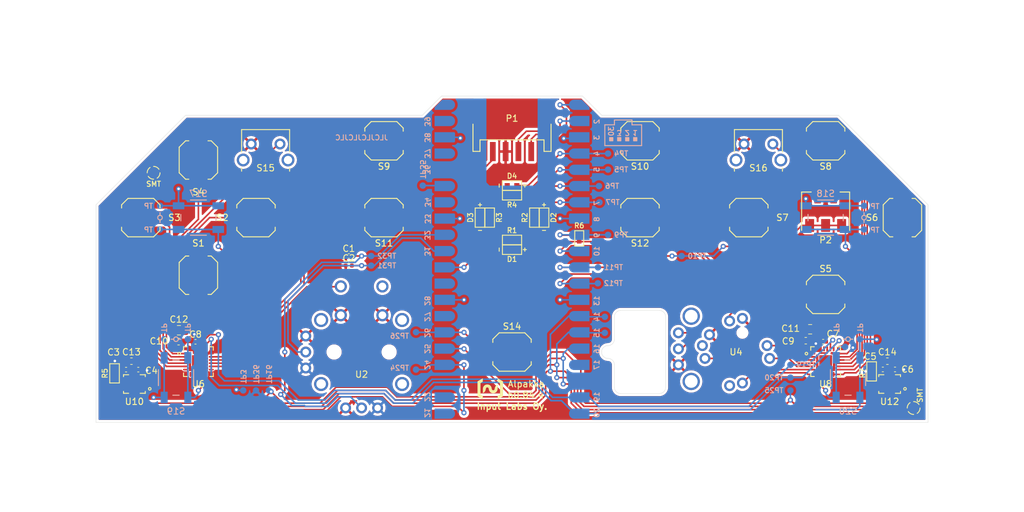
<source format=kicad_pcb>
(kicad_pcb (version 20211014) (generator pcbnew)
  (title_block (title "Alpakka") (date "2022-12-09") (rev "B") (company "Input Labs Oy."))
  (layers (0 "F.Cu" signal) (31 "B.Cu" signal) (34 "B.Paste" user) (35 "F.Paste" user) (36 "B.SilkS" user "B.Silkscreen") (37 "F.SilkS" user "F.Silkscreen") (38 "B.Mask" user) (39 "F.Mask" user) (44 "Edge.Cuts" user))
  (net 0 "")
  (net 1 "GP16")
  (net 2 "GP20")
  (net 3 "GP21")
  (net 4 "GP13")
  (net 5 "GND")
  (net 6 "GP22")
  (net 7 "ADC0")
  (net 8 "ADC1")
  (net 9 "SPI_RX")
  (net 10 "SPI_CK")
  (net 11 "SPI_TX")
  (net 13 "GP2")
  (net 14 "GP3")
  (net 15 "GP4")
  (net 16 "GP5")
  (net 17 "GP8")
  (net 18 "GP9")
  (net 19 "GP7")
  (net 20 "GP6")
  (net 21 "A0")
  (net 22 "A1")
  (net 23 "RUN")
  (net 24 "A4")
  (net 25 "A3")
  (net 26 "B15")
  (net 27 "B10")
  (net 28 "B13")
  (net 29 "B11")
  (net 30 "A14")
  (net 31 "B0")
  (net 32 "A13")
  (net 33 "B1")
  (net 34 "A2")
  (net 35 "B12")
  (net 36 "A15")
  (net 37 "B14")
  (net 38 "A9")
  (net 39 "B7")
  (net 40 "I2C_SDA")
  (net 41 "I2C_SCL")
  (net 42 "A12")
  (net 43 "B6")
  (net 44 "B3")
  (net 45 "B2")
  (net 46 "B5")
  (net 47 "B4")
  (net 48 "A5")
  (net 49 "A6")
  (net 50 "A7")
  (net 51 "A8")
  (net 52 "A10")
  (net 53 "A11")
  (net 54 "B8")
  (net 55 "B9")
  (net 59 "CS1")
  (net 60 "CS0")
  (net 62 "VCCA")
  (net 63 "Net-(D1-Pad1)")
  (net 64 "Net-(D2-Pad1)")
  (net 65 "Net-(D3-Pad1)")
  (net 66 "Net-(D4-Pad1)")
  (net 71 "GP17")
  (net 72 "Net-(C13-Pad1)")
  (net 73 "Net-(C14-Pad1)")
  (net 74 "UART_TX")
  (net 75 "UART_RX")
  (net 82 "VCC")
  (footprint "ILO_fp:Alpsalpine_SKPM" (layer "F.Cu") (at 149 42)
    (fp_text reference "S8")
    (fp_text value "y")
  )
  (footprint "ILO_fp:Alpsalpine_SKPM" (layer "F.Cu") (at 60 54 180)
    (fp_text reference "S2")
    (fp_text value "right")
  )
  (footprint "ILO_fp:0402" (layer "F.Cu") (at 110.5 57.25 -90)
    (fp_text reference "R6")
    (fp_text value "R6" hide)
  )
  (footprint "ILO_fp:Alpsalpine_SKPM" (layer "F.Cu") (at 42 54)
    (fp_text reference "S3")
    (fp_text value "left")
  )
  (footprint "ILO_fp:Alpsalpine_SKPM" (layer "F.Cu") (at 80 42 180)
    (fp_text reference "S9")
    (fp_text value "select_1")
  )
  (footprint "ILO_fp:Alpsalpine_SKPM" (layer "F.Cu") (at 80 54 180)
    (fp_text reference "S11")
    (fp_text value "select_2")
  )
  (footprint "ILO_fp:Alpsalpine_SKPM" (layer "F.Cu") (at 120 42)
    (fp_text reference "S10")
    (fp_text value "start_1")
  )
  (footprint "ILO_fp:Alpsalpine_SKPM" (layer "F.Cu") (at 149 66)
    (fp_text reference "S5")
    (fp_text value "a")
  )
  (footprint "ILO_fp:Alpsalpine_SKPM" (layer "F.Cu") (at 161 54 -90)
    (fp_text reference "S6")
    (fp_text value "b")
  )
  (footprint "ILO_fp:Alpsalpine_SKPM" (layer "F.Cu") (at 137 54)
    (fp_text reference "S7")
    (fp_text value "x")
  )
  (footprint "ILO_fp:Alpsalpine_SKPM" (layer "F.Cu") (at 51 63 90)
    (fp_text reference "S1")
    (fp_text value "down")
  )
  (footprint "ILO_fp:Alpsalpine_SKPM" (layer "F.Cu") (at 51 45 -90)
    (fp_text reference "S4")
    (fp_text value "up")
  )
  (footprint "ILO_fp:Alpsalpine_RKJXM1015004" (layer "F.Cu") (at 135 75)
    (fp_text reference "U4")
    (fp_text value "Alpsalpine_RKJXM")
  )
  (footprint "ILO_fp:Boomele_C50137" (layer "F.Cu") (at 100 40.5)
    (fp_text reference "P1")
    (fp_text value "Debug")
  )
  (footprint "ILO_fp:Alpsalpine_SKPM" (layer "F.Cu") (at 100 75 180)
    (fp_text reference "S14")
    (fp_text value "home")
  )
  (footprint "Capacitor_SMD:C_0402_1005Metric" (layer "F.Cu") (at 74.5 60)
    (fp_text reference "C1")
    (fp_text value "C")
  )
  (footprint "ILO_fp:HRO_BC-25-3P" (layer "F.Cu") (at 149 53 -90)
    (fp_text reference "P2")
    (fp_text value "Endpoint" hide)
  )
  (footprint "ILO_fp:0603_d" (layer "F.Cu") (at 95 54 90)
    (fp_text reference "D3")
    (fp_text value "Diode" hide)
  )
  (footprint "ILO_fp:0603_d" (layer "F.Cu") (at 100 49)
    (fp_text reference "D4")
    (fp_text value "Diode" hide)
  )
  (footprint "ILO_fp:0603_d" (layer "F.Cu") (at 105 54 90)
    (fp_text reference "D2")
    (fp_text value "Diode" hide)
  )
  (footprint "ILO_fp:Alpsalpine_RKJXV122400R" (layer "F.Cu") (at 76.5 75 180)
    (fp_text reference "U2")
    (fp_text value "Alpsalpine_RKJXV" hide)
  )
  (footprint "ILO_fp:Alpsalpine_SKPM" (layer "F.Cu") (at 120 54)
    (fp_text reference "S12")
    (fp_text value "start_2")
  )
  (footprint "ILO_fp:Alpsalpine_SKHHL" (layer "F.Cu") (at 61.5 42.5 180)
    (fp_text reference "S15")
    (fp_text value "l1")
  )
  (footprint "Capacitor_SMD:C_0402_1005Metric" (layer "F.Cu") (at 74.5 61.5)
    (fp_text reference "C2")
    (fp_text value "C")
  )
  (footprint "ILO_fp:LGA14" (layer "F.Cu") (at 159 80)
    (fp_text reference "U12")
    (fp_text value "ST_LSM6" hide)
  )
  (footprint "Capacitor_SMD:C_0402_1005Metric" (layer "F.Cu") (at 159.8422 77.724)
    (fp_text reference "C6")
    (fp_text value "C")
  )
  (footprint "Capacitor_SMD:C_0402_1005Metric" (layer "F.Cu") (at 157.9372 77.724 180)
    (fp_text reference "C5")
    (fp_text value "C")
  )
  (footprint "ILO_fp:Alpsalpine_SKHHL" (layer "F.Cu") (at 138.5 42.5 180)
    (fp_text reference "S16")
    (fp_text value "r1")
  )
  (footprint "ILO_fp:0603" (layer "F.Cu") (at 100 57.5 180)
    (fp_text reference "R1")
    (fp_text value "R" hide)
  )
  (footprint "ILO_fp:0603" (layer "F.Cu") (at 103.5 54 -90)
    (fp_text reference "R2")
    (fp_text value "R" hide)
  )
  (footprint "ILO_fp:0603" (layer "F.Cu") (at 96.5 54 -90)
    (fp_text reference "R3")
    (fp_text value "R" hide)
  )
  (footprint "ILO_fp:0603" (layer "F.Cu") (at 100 50.5 180)
    (fp_text reference "R4")
    (fp_text value "R" hide)
  )
  (footprint "ILO_fp:0603_d" (layer "F.Cu") (at 100 59)
    (fp_text reference "D1")
    (fp_text value "Diode" hide)
  )
  (footprint "Capacitor_SMD:C_0603_1608Metric" (layer "F.Cu") (at 40.5384 76.4286)
    (fp_text reference "C13")
    (fp_text value "C")
  )
  (footprint "Capacitor_SMD:C_0402_1005Metric" (layer "F.Cu") (at 39.7002 77.7494 180)
    (fp_text reference "C3")
    (fp_text value "C")
  )
  (footprint "Capacitor_SMD:C_0402_1005Metric" (layer "F.Cu") (at 41.6052 77.7494)
    (fp_text reference "C4")
    (fp_text value "C")
  )
  (footprint "ILO_fp:QFN24" (layer "F.Cu") (at 149 76.5 -90)
    (fp_text reference "U8")
    (fp_text value "NXP_PCAL6416A" hide)
  )
  (footprint "Capacitor_SMD:C_0805_2012Metric" (layer "F.Cu") (at 47.9552 71.6026 180)
    (fp_text reference "C12")
    (fp_text value "C")
  )
  (footprint "Capacitor_SMD:C_0402_1005Metric" (layer "F.Cu") (at 148.6154 73.3806)
    (fp_text reference "C7")
    (fp_text value "C")
  )
  (footprint "Capacitor_SMD:C_0805_2012Metric" (layer "F.Cu") (at 146.5834 71.4502 180)
    (fp_text reference "C11")
    (fp_text value "C")
  )
  (footprint "ILO_fp:QFN24" (layer "F.Cu") (at 51 76.5 -90)
    (fp_text reference "U6")
    (fp_text value "NXP_PCAL6416A" hide)
  )
  (footprint "ILO_fp:0603" (layer "F.Cu") (at 37.8968 78.3336 90)
    (fp_text reference "R5")
    (fp_text value "R" hide)
  )
  (footprint "Capacitor_SMD:C_0603_1608Metric" (layer "F.Cu") (at 145.8976 73.2282 180)
    (fp_text reference "C9")
    (fp_text value "C")
  )
  (footprint "Capacitor_SMD:C_0603_1608Metric" (layer "F.Cu") (at 158.6484 76.4286)
    (fp_text reference "C14")
    (fp_text value "C")
  )
  (footprint "LOGO" (layer "F.Cu") (at 96.6 80.75)
    (fp_text reference "G***" hide)
    (fp_text value "LOGO" hide)
  )
  (footprint "Capacitor_SMD:C_0603_1608Metric" (layer "F.Cu") (at 47.9044 73.3806 180)
    (fp_text reference "C10")
    (fp_text value "C")
  )
  (footprint "ILO_fp:0603" (layer "F.Cu") (at 156.1846 78.0288 90)
    (fp_text reference "R7")
    (fp_text value "R" hide)
  )
  (footprint "Capacitor_SMD:C_0402_1005Metric" (layer "F.Cu") (at 50.546 73.406)
    (fp_text reference "C8")
    (fp_text value "C")
  )
  (footprint "ILO_fp:LGA14" (layer "F.Cu") (at 41 80)
    (fp_text reference "U10")
    (fp_text value "ST_LSM6" hide)
  )
  (footprint "ILO_fp:Alpsalpine_EC10E" (layer "F.Cu") (at 128 74.5 -90)
    (fp_text reference "U3" hide)
    (fp_text value "Alpsalpine_EC10E" hide)
  )
  (footprint "ILO_fp:Alpsalpine_SKQG" (layer "B.Cu") (at 51 54)
    (fp_text reference "S17")
    (fp_text value "l2" hide)
  )
  (footprint "ILO_fp:Raspberry_Pico" (layer "B.Cu") (at 100 60.5 180)
    (fp_text reference "U1" hide)
    (fp_text value "Raspberry_Pico" hide)
  )
  (footprint "ILO_fp:Alpsalpine_SKQG" (layer "B.Cu") (at 152.5 79 -90)
    (fp_text reference "S20")
    (fp_text value "r4" hide)
  )
  (footprint "ILO_fp:Alpsalpine_SKQG" (layer "B.Cu") (at 149 54)
    (fp_text reference "S18")
    (fp_text value "r2" hide)
  )
  (footprint "ILO_fp:Alpsalpine_SKQG" (layer "B.Cu") (at 47.5 79 90)
    (fp_text reference "S19")
    (fp_text value "l4" hide)
  )
  (footprint "ILO_fp:Pad_1mm" (layer "B.Cu") (at 49.35 73 180)
    (fp_text reference "TP204" hide)
    (fp_text value "Endpoint" hide)
  )
  (footprint "ILO_fp:Pad_1mm" (layer "B.Cu") (at 62 81 180)
    (fp_text reference "TP16")
    (fp_text value "Endpoint" hide)
  )
  (footprint "ILO_fp:Pad_1mm" (layer "B.Cu") (at 126.5 60 180)
    (fp_text reference "TP10")
    (fp_text value "Endpoint" hide)
  )
  (footprint "ILO_fp:Pad_1mm" (layer "B.Cu") (at 86.0552 48.9966 180)
    (fp_text reference "TP35")
    (fp_text value "Endpoint" hide)
  )
  (footprint "ILO_fp:Pad_1mm" (layer "B.Cu") (at 115 56.7 180)
    (fp_text reference "TP9")
    (fp_text value "Endpoint" hide)
  )
  (footprint "ILO_fp:Pad_1mm" (layer "B.Cu") (at 45 55.85 180)
    (fp_text reference "TP202" hide)
    (fp_text value "Endpoint" hide)
  )
  (footprint "ILO_fp:Pad_1mm" (layer "B.Cu") (at 78 60 180)
    (fp_text reference "TP32")
    (fp_text value "Endpoint" hide)
  )
  (footprint "ILO_fp:Pad_1mm" (layer "B.Cu") (at 85 71.9 180)
    (fp_text reference "TP26")
    (fp_text value "Endpoint" hide)
  )
  (footprint "ILO_fp:Pad_1mm" (layer "B.Cu") (at 143.5 79 180)
    (fp_text reference "TP20")
    (fp_text value "Endpoint" hide)
  )
  (footprint "ILO_fp:Pad_1mm" (layer "B.Cu") (at 114.5 69.5 180)
    (fp_text reference "TP14" hide)
    (fp_text value "Endpoint" hide)
  )
  (footprint "ILO_fp:Pad_1mm" (layer "B.Cu") (at 85 77.75 180)
    (fp_text reference "TP24")
    (fp_text value "Endpoint" hide)
  )
  (footprint "ILO_fp:Pad_1mm" (layer "B.Cu") (at 113.411 64.262 180)
    (fp_text reference "TP12")
    (fp_text value "Endpoint" hide)
  )
  (footprint "ILO_fp:Pad_1mm" (layer "B.Cu") (at 115 46.5 180)
    (fp_text reference "TP5")
    (fp_text value "Endpoint" hide)
  )
  (footprint "ILO_fp:Pad_1mm" (layer "B.Cu") (at 154.35 73 180)
    (fp_text reference "TP103" hide)
    (fp_text value "Endpoint" hide)
  )
  (footprint "ILO_fp:Pad_1mm" (layer "B.Cu") (at 115 44 180)
    (fp_text reference "TP4")
    (fp_text value "Endpoint" hide)
  )
  (footprint "ILO_fp:Pad_1mm" (layer "B.Cu") (at 113.5888 49.0728 180)
    (fp_text reference "TP6")
    (fp_text value "Endpoint" hide)
  )
  (footprint "ILO_fp:Pad_1mm" (layer "B.Cu") (at 113.4364 61.7728 180)
    (fp_text reference "TP11")
    (fp_text value "Endpoint" hide)
  )
  (footprint "ILO_fp:Pad_1mm" (layer "B.Cu") (at 113.665 51.6128 180)
    (fp_text reference "TP7")
    (fp_text value "Endpoint" hide)
  )
  (footprint "ILO_fp:Pad_1mm" (layer "B.Cu") (at 60 81 180)
    (fp_text reference "TP36")
    (fp_text value "Endpoint" hide)
  )
  (footprint "ILO_fp:Pad_1mm" (layer "B.Cu") (at 114.5 72 180)
    (fp_text reference "TP15" hide)
    (fp_text value "Endpoint" hide)
  )
  (footprint "ILO_fp:Pad_1mm" (layer "B.Cu") (at 45.65 73 180)
    (fp_text reference "TP203" hide)
    (fp_text value "Endpoint" hide)
  )
  (footprint "ILO_fp:Pad_1mm" (layer "B.Cu") (at 155 55.85 180)
    (fp_text reference "TP102" hide)
    (fp_text value "Endpoint" hide)
  )
  (footprint "ILO_fp:Pad_1mm" (layer "B.Cu") (at 152.0444 74.1934 180)
    (fp_text reference "TP104" hide)
    (fp_text value "Endpoint" hide)
  )
  (footprint "ILO_fp:Pad_1mm" (layer "B.Cu") (at 155 52.15 180)
    (fp_text reference "TP101" hide)
    (fp_text value "Endpoint" hide)
  )
  (footprint "ILO_fp:Pad_1mm" (layer "B.Cu") (at 143.5 81 180)
    (fp_text reference "TP25")
    (fp_text value "Endpoint" hide)
  )
  (footprint "ILO_fp:Pad_1mm" (layer "B.Cu") (at 45 52.15 180)
    (fp_text reference "TP201" hide)
    (fp_text value "Endpoint" hide)
  )
  (footprint "ILO_fp:Pad_1mm" (layer "B.Cu") (at 58 81 180)
    (fp_text reference "TP3")
    (fp_text value "Endpoint" hide)
  )
  (footprint "ILO_fp:Pad_1mm" (layer "B.Cu") (at 143.5 77 180)
    (fp_text reference "TP19")
    (fp_text value "Endpoint" hide)
  )
  (footprint "ILO_fp:Pad_1mm" (layer "B.Cu") (at 78 61.5 180)
    (fp_text reference "TP31")
    (fp_text value "Endpoint" hide)
  )
  (gr_circle (center 155 54) (end 155.25 54.25) (layer "B.SilkS") (width 0.16) (fill none))
  (gr_line (start 152.853553 73) (end 153.25 73) (layer "B.SilkS") (width 0.16))
  (gr_line (start 120.25 39.5) (end 118.75 39.5) (layer "B.SilkS") (width 0.16))
  (gr_line (start 47.853553 73) (end 48.25 73) (layer "B.SilkS") (width 0.16))
  (gr_line (start 47.146447 73) (end 46.75 73) (layer "B.SilkS") (width 0.16))
  (gr_line (start 45 53.646447) (end 45 53.25) (layer "B.SilkS") (width 0.16))
  (gr_circle (center 152.5 73) (end 152.25 73.25) (layer "B.SilkS") (width 0.16) (fill none))
  (gr_line (start 155 54.353553) (end 155 54.75) (layer "B.SilkS") (width 0.16))
  (gr_circle (center 47.5 73) (end 47.25 73.25) (layer "B.SilkS") (width 0.16) (fill none))
  (gr_rect (start 117.75 41.5) (end 118.25 42) (layer "B.SilkS") (width 0.16) (fill solid))
  (gr_line (start 116 39.5) (end 114.5 39.5) (layer "B.SilkS") (width 0.16))
  (gr_line (start 45 54.353553) (end 45 54.75) (layer "B.SilkS") (width 0.16))
  (gr_rect (start 119 41.5) (end 119.5 42) (layer "B.SilkS") (width 0.16) (fill solid))
  (gr_rect (start 115.25 41.5) (end 115.75 42) (layer "B.SilkS") (width 0.16) (fill solid))
  (gr_line (start 114.5 42.75) (end 120.25 42.75) (layer "B.SilkS") (width 0.16))
  (gr_line (start 116 38.75) (end 116 39.5) (layer "B.SilkS") (width 0.16))
  (gr_line (start 118.75 38.75) (end 116 38.75) (layer "B.SilkS") (width 0.16))
  (gr_line (start 155 53.646447) (end 155 53.25) (layer "B.SilkS") (width 0.16))
  (gr_line (start 152.146447 73) (end 151.75 73) (layer "B.SilkS") (width 0.16))
  (gr_line (start 120.25 42.75) (end 120.25 39.5) (layer "B.SilkS") (width 0.16))
  (gr_line (start 118.75 39.5) (end 118.75 38.75) (layer "B.SilkS") (width 0.16))
  (gr_circle (center 45 54) (end 45.25 54.25) (layer "B.SilkS") (width 0.16) (fill none))
  (gr_line (start 114.5 39.5) (end 114.5 42.75) (layer "B.SilkS") (width 0.16))
  (gr_rect (start 116.5 41.5) (end 117 42) (layer "B.SilkS") (width 0.16) (fill solid))
  (gr_arc (start 162.75 82.75) (mid 163.221847 82.868345) (end 163.58205 83.1953) (layer "F.SilkS") (width 0.153))
  (gr_arc (start 44 46) (mid 44.471847 46.118345) (end 44.83205 46.4453) (layer "F.SilkS") (width 0.153))
  (gr_arc (start 43 47) (mid 43.118345 46.528153) (end 43.4453 46.16795) (layer "F.SilkS") (width 0.153))
  (gr_arc (start 163.75 83.75) (mid 163.631655 84.221847) (end 163.3047 84.58205) (layer "F.SilkS") (width 0.153))
  (gr_arc (start 44 48) (mid 43.528153 47.881655) (end 43.16795 47.5547) (layer "F.SilkS") (width 0.153))
  (gr_arc (start 45 47) (mid 44.881655 47.471847) (end 44.5547 47.83205) (layer "F.SilkS") (width 0.153))
  (gr_arc (start 161.75 83.75) (mid 161.868345 83.278153) (end 162.1953 82.91795) (layer "F.SilkS") (width 0.153))
  (gr_arc (start 162.75 84.75) (mid 162.278153 84.631655) (end 161.91795 84.3047) (layer "F.SilkS") (width 0.153))
  (gr_line (start 100 35) (end 89 35) (layer "Edge.Cuts") (width 0.05))
  (gr_line (start 89 35) (end 86 38) (layer "Edge.Cuts") (width 0.05))
  (gr_line (start 111 35) (end 114 38) (layer "Edge.Cuts") (width 0.05))
  (gr_line (start 100 35) (end 111 35) (layer "Edge.Cuts") (width 0.05))
  (gr_line (start 35 86) (end 165 86) (layer "Edge.Cuts") (width 0.05))
  (gr_line (start 114 38) (end 151 38) (layer "Edge.Cuts") (width 0.05))
  (gr_line (start 116 69.5) (end 116 73) (layer "Edge.Cuts") (width 0.05))
  (gr_arc (start 116 73) (mid 115.707107 73.707107) (end 115 74) (layer "Edge.Cuts") (width 0.05))
  (gr_line (start 151 38) (end 165 52) (layer "Edge.Cuts") (width 0.05))
  (gr_line (start 117 81.5) (end 123 81.5) (layer "Edge.Cuts") (width 0.05))
  (gr_arc (start 116 69.5) (mid 116.292893 68.792893) (end 117 68.5) (layer "Edge.Cuts") (width 0.05))
  (gr_arc (start 114 75) (mid 114.292893 74.292893) (end 115 74) (layer "Edge.Cuts") (width 0.05))
  (gr_line (start 124 69.5) (end 124 80.5) (layer "Edge.Cuts") (width 0.05))
  (gr_line (start 116 80.5) (end 116 77) (layer "Edge.Cuts") (width 0.05))
  (gr_line (start 117 68.5) (end 123 68.5) (layer "Edge.Cuts") (width 0.05))
  (gr_arc (start 123 68.5) (mid 123.707107 68.792893) (end 124 69.5) (layer "Edge.Cuts") (width 0.05))
  (gr_line (start 165 86) (end 165 52) (layer "Edge.Cuts") (width 0.05))
  (gr_arc (start 115 76) (mid 114.292893 75.707107) (end 114 75) (layer "Edge.Cuts") (width 0.05))
  (gr_line (start 49 38) (end 35 52) (layer "Edge.Cuts") (width 0.05))
  (gr_arc (start 117 81.5) (mid 116.292893 81.207107) (end 116 80.5) (layer "Edge.Cuts") (width 0.05))
  (gr_line (start 35 86) (end 35 52) (layer "Edge.Cuts") (width 0.05))
  (gr_line (start 86 38) (end 49 38) (layer "Edge.Cuts") (width 0.05))
  (gr_arc (start 124 80.5) (mid 123.707107 81.207107) (end 123 81.5) (layer "Edge.Cuts") (width 0.05))
  (gr_arc (start 115 76) (mid 115.707107 76.292893) (end 116 77) (layer "Edge.Cuts") (width 0.05))
  (gr_text "17\n" (at 113.25 77 90) (layer "B.SilkS") (effects (font (size 0.8 0.8) (thickness 0.153)) (justify mirror)))
  (gr_text "28\n" (at 86.75 67 270) (layer "B.SilkS") (effects (font (size 0.8 0.8) (thickness 0.153)) (justify mirror)))
  (gr_text "JLCJLCJLCJLC" (at 76.5 41.5) (layer "B.SilkS") (effects (font (size 0.8 0.8)) (justify mirror)))
  (gr_text "15\n" (at 113.25 72 90) (layer "B.SilkS") (effects (font (size 0.8 0.8) (thickness 0.153)) (justify mirror)))
  (gr_text "1" (at 119.25 40.75 180) (layer "B.SilkS") (effects (font (size 0.8 0.8) (thickness 0.153)) (justify mirror)))
  (gr_text "3" (at 116.75 40.75 180) (layer "B.SilkS") (effects (font (size 0.8 0.8) (thickness 0.153)) (justify mirror)))
  (gr_text "4" (at 113.25 44 90) (layer "B.SilkS") (effects (font (size 0.8 0.8) (thickness 0.153)) (justify mirror)))
  (gr_text "32\n" (at 86.75 56.75 270) (layer "B.SilkS") (effects (font (size 0.8 0.8) (thickness 0.153)) (justify mirror)))
  (gr_text "2" (at 118 40.75 180) (layer "B.SilkS") (effects (font (size 0.8 0.8) (thickness 0.153)) (justify mirror)))
  (gr_text "20" (at 113.25 84.5 90) (layer "B.SilkS") (effects (font (size 0.8 0.8) (thickness 0.153)) (justify mirror)))
  (gr_text "2" (at 113.25 39 90) (layer "B.SilkS") (effects (font (size 0.8 0.8) (thickness 0.153)) (justify mirror)))
  (gr_text "TP" (at 150.65 72 270) (layer "B.SilkS") (effects (font (size 0.8 0.8) (thickness 0.153)) (justify left mirror)))
  (gr_text "25\n" (at 86.75 74.5 270) (layer "B.SilkS") (effects (font (size 0.8 0.8) (thickness 0.153)) (justify mirror)))
  (gr_text "TP" (at 157.5 52.25) (layer "B.SilkS") (effects (font (size 0.8 0.8) (thickness 0.153)) (justify left mirror)))
  (gr_text "36\n" (at 86.75 46.5 270) (layer "B.SilkS") (effects (font (size 0.8 0.8) (thickness 0.153)) (justify mirror)))
  (gr_text "39\n" (at 86.75 39 270) (layer "B.SilkS") (effects (font (size 0.8 0.8) (thickness 0.153)) (justify mirror)))
  (gr_text "TP" (at 49.3 72 270) (layer "B.SilkS") (effects (font (size 0.8 0.8) (thickness 0.153)) (justify left mirror)))
  (gr_text "3" (at 113.25 41.5 90) (layer "B.SilkS") (effects (font (size 0.8 0.8) (thickness 0.153)) (justify mirror)))
  (gr_text "26\n" (at 86.75 72 270) (layer "B.SilkS") (effects (font (size 0.8 0.8) (thickness 0.153)) (justify mirror)))
  (gr_text "TP" (at 44 52.2) (layer "B.SilkS") (effects (font (size 0.8 0.8) (thickness 0.153)) (justify left mirror)))
  (gr_text "7" (at 113.25 51.7 90) (layer "B.SilkS") (effects (font (size 0.8 0.8) (thickness 0.153)) (justify mirror)))
  (gr_text "24\n" (at 86.75 77 270) (layer "B.SilkS") (effects (font (size 0.8 0.8) (thickness 0.153)) (justify mirror)))
  (gr_text "16" (at 113.25 74.5 90) (layer "B.SilkS") (effects (font (size 0.8 0.8) (thickness 0.153)) (justify mirror)))
  (gr_text "TP" (at 44 55.9) (layer "B.SilkS") (effects (font (size 0.8 0.8) (thickness 0.153)) (justify left mirror)))
  (gr_text "8" (at 113.25 54.25 90) (layer "B.SilkS") (effects (font (size 0.8 0.8) (thickness 0.153)) (justify mirror)))
  (gr_text "27\n" (at 86.75 69.5 270) (layer "B.SilkS") (effects (font (size 0.8 0.8) (thickness 0.153)) (justify mirror)))
  (gr_text "21\n" (at 86.75 84.5 270) (layer "B.SilkS") (effects (font (size 0.8 0.8) (thickness 0.153)) (justify mirror)))
  (gr_text "22\n" (at 86.75 82 270) (layer "B.SilkS") (effects (font (size 0.8 0.8) (thickness 0.153)) (justify mirror)))
  (gr_text "31\n" (at 86.75 59.25 270) (layer "B.SilkS") (effects (font (size 0.8 0.8) (thickness 0.153)) (justify mirror)))
  (gr_text "14\n" (at 113.25 69.5 90) (layer "B.SilkS") (effects (font (size 0.8 0.8) (thickness 0.153)) (justify mirror)))
  (gr_text "34" (at 86.8 51.6 270) (layer "B.SilkS") (effects (font (size 0.8 0.8) (thickness 0.153)) (justify mirror)))
  (gr_text "TP" (at 45.6 72 270) (layer "B.SilkS") (effects (font (size 0.8 0.8) (thickness 0.153)) (justify left mirror)))
  (gr_text "5\n" (at 113.25 46.5 90) (layer "B.SilkS") (effects (font (size 0.8 0.8) (thickness 0.153)) (justify mirror)))
  (gr_text "33" (at 86.8 54.2 270) (layer "B.SilkS") (effects (font (size 0.8 0.8) (thickness 0.153)) (justify mirror)))
  (gr_text "37\n" (at 86.75 44 270) (layer "B.SilkS") (effects (font (size 0.8 0.8) (thickness 0.153)) (justify mirror)))
  (gr_text "TP" (at 157.5 55.95) (layer "B.SilkS") (effects (font (size 0.8 0.8) (thickness 0.153)) (justify left mirror)))
  (gr_text "38\n" (at 86.75 41.5 270) (layer "B.SilkS") (effects (font (size 0.8 0.8) (thickness 0.153)) (justify mirror)))
  (gr_text "19" (at 113.25 82 90) (layer "B.SilkS") (effects (font (size 0.8 0.8) (thickness 0.153)) (justify mirror)))
  (gr_text "9" (at 113.25 56.75 90) (layer "B.SilkS") (effects (font (size 0.8 0.8) (thickness 0.153)) (justify mirror)))
  (gr_text "10\n" (at 113.25 59.25 90) (layer "B.SilkS") (effects (font (size 0.8 0.8) (thickness 0.153)) (justify mirror)))
  (gr_text "TP" (at 154.35 72 270) (layer "B.SilkS") (effects (font (size 0.8 0.8) (thickness 0.153)) (justify left mirror)))
  (gr_text "30" (at 115.5 40.5 90) (layer "B.SilkS") (effects (font (size 0.8 0.8) (thickness 0.153)) (justify mirror)))
  (gr_text "13\n" (at 113.25 67 90) (layer "B.SilkS") (effects (font (size 0.8 0.8) (thickness 0.153)) (justify mirror)))
  (gr_text "Input Labs Oy." (at 100 83.5) (layer "F.SilkS") (effects (font (size 1 1) (thickness 0.2))))
  (gr_text "Alpakka" (at 99.25 80) (layer "F.SilkS") (effects (font (size 1 1) (thickness 0.16)) (justify left)))
  (gr_text "b0.84.4" (at 99.2 81.75) (layer "F.SilkS") (effects (font (size 1 1) (thickness 0.16)) (justify left)))
  (gr_text "SMT" (at 163.75 81.75 90) (layer "F.SilkS") (effects (font (size 0.8 0.8) (thickness 0.153))))
  (gr_text "SMT" (at 44 48.75) (layer "F.SilkS") (effects (font (size 0.8 0.8) (thickness 0.153))))
  (segment (start 95.57 75) (end 97 75) (width 0.25) (layer "F.Cu") (net 2))
  (segment (start 92.5 71.93) (end 95.57 75) (width 0.25) (layer "F.Cu") (net 2))
  (via (at 92.5 71.93) (size 0.8) (drill 0.4) (layers "F.Cu" "B.Cu") (net 2))
  (segment (start 88.7 71.93) (end 92.5 71.93) (width 0.25) (layer "B.Cu") (net 2))
  (segment (start 88.7 71.93) (end 85 71.93) (width 0.25) (layer "B.Cu") (net 2))
  (segment (start 41 77.8746) (end 41 78.852) (width 0.25) (layer "F.Cu") (net 5))
  (segment (start 160.398 80.25) (end 161 80.25) (width 0.25) (layer "F.Cu") (net 5))
  (segment (start 51.026 73.406) (end 51.026 72.9006) (width 0.25) (layer "F.Cu") (net 5))
  (segment (start 145.1226 73.2282) (end 145.1226 73.139) (width 0.25) (layer "F.Cu") (net 5))
  (segment (start 160.398 79.75) (end 160.398 80.25) (width 0.25) (layer "F.Cu") (net 5))
  (segment (start 145.0848 73.2282) (end 144.2466 72.39) (width 0.25) (layer "F.Cu") (net 5))
  (segment (start 41.1252 77.7494) (end 41 77.8746) (width 0.25) (layer "F.Cu") (net 5))
  (segment (start 40.1802 77.7494) (end 40.5 78.0692) (width 0.25) (layer "F.Cu") (net 5))
  (segment (start 46.9798 72.263) (end 46.9798 73.8276) (width 0.25) (layer "F.Cu") (net 5))
  (segment (start 160.398 79.75) (end 161 79.75) (width 0.25) (layer "F.Cu") (net 5))
  (segment (start 158.5 78.852) (end 158.5 78.5) (width 0.25) (layer "F.Cu") (net 5))
  (segment (start 42.398 80.25) (end 42.398 79.75) (width 0.25) (layer "F.Cu") (net 5))
  (segment (start 51.026 72.9006) (end 51.6128 72.3138) (width 0.25) (layer "F.Cu") (net 5))
  (segment (start 43 80.25) (end 43.25 80.25) (width 0.25) (layer "F.Cu") (net 5))
  (segment (start 145.6334 72.7174) (end 145.1226 73.2282) (width 0.25) (layer "F.Cu") (net 5))
  (segment (start 145.6334 71.4502) (end 145.6334 72.7174) (width 0.25) (layer "F.Cu") (net 5))
  (segment (start 145.1226 73.2282) (end 145.0848 73.2282) (width 0.25) (layer "F.Cu") (net 5))
  (segment (start 42.398 80.25) (end 43 80.25) (width 0.25) (layer "F.Cu") (net 5))
  (segment (start 40.5 78.0692) (end 40.5 78.852) (width 0.25) (layer "F.Cu") (net 5))
  (via (at 107.5 54.15) (size 0.8) (drill 0.4) (layers "F.Cu" "B.Cu") (net 5))
  (via (at 44 82.1) (size 0.8) (drill 0.4) (layers "F.Cu" "B.Cu") (net 5))
  (via (at 56.929781 80.8901) (size 0.8) (drill 0.4) (layers "F.Cu" "B.Cu") (net 5))
  (via (at 91.9226 41.5798) (size 0.8) (drill 0.4) (layers "F.Cu" "B.Cu") (net 5))
  (via (at 145.9 51.0516) (size 0.8) (drill 0.4) (layers "F.Cu" "B.Cu") (net 5))
  (via (at 92.5 66.85) (size 0.8) (drill 0.4) (layers "F.Cu" "B.Cu") (net 5))
  (via (at 156.972 73.0504) (size 0.8) (drill 0.4) (layers "F.Cu" "B.Cu") (net 5))
  (via (at 107.5 66.85) (size 0.8) (drill 0.4) (layers "F.Cu" "B.Cu") (net 5))
  (via (at 47.9 49.5) (size 0.8) (drill 0.4) (layers "F.Cu" "B.Cu") (net 5))
  (via (at 108.077 41.6306) (size 0.8) (drill 0.4) (layers "F.Cu" "B.Cu") (net 5))
  (via (at 91.8436 54.15) (size 0.8) (drill 0.4) (layers "F.Cu" "B.Cu") (net 5))
  (segment (start 156.9216 73) (end 156.972 73.0504) (width 0.25) (layer "B.Cu") (net 5))
  (segment (start 88.7 54.15) (end 91.8436 54.15) (width 0.25) (layer "B.Cu") (net 5))
  (segment (start 47.9 52.15) (end 54.1 52.15) (width 0.25) (layer "B.Cu") (net 5))
  (segment (start 45.65 75.9) (end 45.65 82.1) (width 0.25) (layer "B.Cu") (net 5))
  (segment (start 154.35 75.9) (end 154.35 82.1) (width 0.25) (layer "B.Cu") (net 5))
  (segment (start 154.35 73) (end 156.9216 73) (width 0.25) (layer "B.Cu") (net 5))
  (segment (start 45.65 82.1) (end 44 82.1) (width 0.25) (layer "B.Cu") (net 5))
  (segment (start 145.9 52.15) (end 145.9 51.0516) (width 0.25) (layer "B.Cu") (net 5))
  (segment (start 153.75 84) (end 154.35 83.4) (width 0.25) (layer "B.Cu") (net 5))
  (segment (start 154.35 83.4) (end 154.35 82.1) (width 0.25) (layer "B.Cu") (net 5))
  (segment (start 88.7 41.45) (end 91.7928 41.45) (width 0.25) (layer "B.Cu") (net 5))
  (segment (start 57.039681 81) (end 56.929781 80.8901) (width 0.25) (layer "B.Cu") (net 5))
  (segment (start 111.3 41.45) (end 111.1194 41.6306) (width 0.25) (layer "B.Cu") (net 5))
  (segment (start 45.65 75.9) (end 45.65 73.1) (width 0.25) (layer "B.Cu") (net 5))
  (segment (start 154.35 75.9) (end 154.35 73.1) (width 0.25) (layer "B.Cu") (net 5))
  (segment (start 152.1 52.15) (end 145.9 52.15) (width 0.25) (layer "B.Cu") (net 5))
  (segment (start 47.9 52.15) (end 45 52.15) (width 0.25) (layer "B.Cu") (net 5))
  (segment (start 152.1 52.15) (end 155 52.15) (width 0.25) (layer "B.Cu") (net 5))
  (segment (start 91.7928 41.45) (end 91.9226 41.5798) (width 0.25) (layer "B.Cu") (net 5))
  (segment (start 58 81) (end 57.039681 81) (width 0.25) (layer "B.Cu") (net 5))
  (segment (start 111.3 54.15) (end 107.5 54.15) (width 0.25) (layer "B.Cu") (net 5))
  (segment (start 88.7 66.85) (end 92.5 66.85) (width 0.25) (layer "B.Cu") (net 5))
  (segment (start 111.1194 41.6306) (end 108.077 41.6306) (width 0.25) (layer "B.Cu") (net 5))
  (segment (start 111.3 66.85) (end 107.5 66.85) (width 0.25) (layer "B.Cu") (net 5))
  (segment (start 47.9 52.15) (end 47.9 49.5) (width 0.25) (layer "B.Cu") (net 5))
  (segment (start 147.5 84) (end 153.75 84) (width 0.25) (layer "B.Cu") (net 5))
  (segment (start 76.5 61.5) (end 75.999988 61.5) (width 0.25) (layer "F.Cu") (net 7))
  (segment (start 75.999988 61.5) (end 75 61.5) (width 0.25) (layer "F.Cu") (net 7))
  (via (at 76.5 61.5) (size 0.8) (drill 0.4) (layers "F.Cu" "B.Cu") (net 7))
  (segment (start 85.75 57.2) (end 87.78 59.23) (width 0.25) (layer "B.Cu") (net 7))
  (segment (start 82.8 57.2) (end 85.75 57.2) (width 0.25) (layer "B.Cu") (net 7))
  (segment (start 87.78 59.23) (end 88.7 59.23) (width 0.25) (layer "B.Cu") (net 7))
  (segment (start 65 73.5) (end 66.5 75) (width 0.25) (layer "B.Cu") (net 7))
  (segment (start 78 61.5) (end 78.5 61.5) (width 0.25) (layer "B.Cu") (net 7))
  (segment (start 66.5 75) (end 67.77 75) (width 0.25) (layer "B.Cu") (net 7))
  (segment (start 70.5 61.5) (end 65 67) (width 0.25) (layer "B.Cu") (net 7))
  (segment (start 76.5 61.5) (end 78 61.5) (width 0.25) (layer "B.Cu") (net 7))
  (segment (start 78.5 61.5) (end 82.8 57.2) (width 0.25) (layer "B.Cu") (net 7))
  (segment (start 65 67) (end 65 73.5) (width 0.25) (layer "B.Cu") (net 7))
  (segment (start 76.5 61.5) (end 70.5 61.5) (width 0.25) (layer "B.Cu") (net 7))
  (segment (start 64.5 81) (end 63.863481 81.636519) (width 0.25) (layer "F.Cu") (net 8))
  (segment (start 75 60) (end 76.5 60) (width 0.25) (layer "F.Cu") (net 8))
  (segment (start 64.5 75) (end 64.5 81) (width 0.25) (layer "F.Cu") (net 8))
  (via (at 64.5 75) (size 0.8) (drill 0.4) (layers "F.Cu" "B.Cu") (net 8))
  (via (at 63.863481 81.636519) (size 0.8) (drill 0.4) (layers "F.Cu" "B.Cu") (net 8))
  (via (at 76.5 60) (size 0.8) (drill 0.4) (layers "F.Cu" "B.Cu") (net 8))
  (segment (start 74.77 82) (end 72.75 82) (width 0.25) (layer "B.Cu") (net 8))
  (segment (start 78 60) (end 79.25 60) (width 0.25) (layer "B.Cu") (net 8))
  (segment (start 71.25 83.5) (end 67.702148 83.5) (width 0.25) (layer "B.Cu") (net 8))
  (segment (start 82.56 56.69) (end 88.7 56.69) (width 0.25) (layer "B.Cu") (net 8))
  (segment (start 72.75 82) (end 71.25 83.5) (width 0.25) (layer "B.Cu") (net 8))
  (segment (start 76.5 60) (end 75.5 61) (width 0.25) (layer "B.Cu") (net 8))
  (segment (start 79.25 60) (end 82.56 56.69) (width 0.25) (layer "B.Cu") (net 8))
  (segment (start 67.702148 83.5) (end 67.578649 83.376501) (width 0.25) (layer "B.Cu") (net 8))
  (segment (start 64.5 66.75) (end 64.5 75) (width 0.25) (layer "B.Cu") (net 8))
  (segment (start 76.5 83.73) (end 74.77 82) (width 0.25) (layer "B.Cu") (net 8))
  (segment (start 67.578649 83.376501) (end 65.603463 83.376501) (width 0.25) (layer "B.Cu") (net 8))
  (segment (start 75.5 61) (end 70.25 61) (width 0.25) (layer "B.Cu") (net 8))
  (segment (start 65.603463 83.376501) (end 63.863481 81.636519) (width 0.25) (layer "B.Cu") (net 8))
  (segment (start 70.25 61) (end 64.5 66.75) (width 0.25) (layer "B.Cu") (net 8))
  (segment (start 76.5 60) (end 78 60) (width 0.25) (layer "B.Cu") (net 8))
  (segment (start 160.398 82.102) (end 160.398 80.75) (width 0.25) (layer "F.Cu") (net 9))
  (segment (start 110.75 84.5) (end 158 84.5) (width 0.25) (layer "F.Cu") (net 9))
  (segment (start 108 80) (end 108.75 80) (width 0.25) (layer "F.Cu") (net 9))
  (segment (start 104.25 77.75) (end 104.25 81.25) (width 0.25) (layer "F.Cu") (net 9))
  (segment (start 70 83) (end 64.172881 83) (width 0.25) (layer "F.Cu") (net 9))
  (segment (start 43 83) (end 60.547481 83) (width 0.25) (layer "F.Cu") (net 9))
  (segment (start 80.5 80.5) (end 72.5 80.5) (width 0.25) (layer "F.Cu") (net 9))
  (segment (start 82 82) (end 80.5 80.5) (width 0.25) (layer "F.Cu") (net 9))
  (segment (start 42.398 82.398) (end 43 83) (width 0.25) (layer "F.Cu") (net 9))
  (segment (start 158 84.5) (end 160.398 82.102) (width 0.25) (layer "F.Cu") (net 9))
  (segment (start 104.25 81.25) (end 103.5 82) (width 0.25) (layer "F.Cu") (net 9))
  (segment (start 109.25 83) (end 110.75 84.5) (width 0.25) (layer "F.Cu") (net 9))
  (segment (start 60.547481 83) (end 62.360181 81.1873) (width 0.25) (layer "F.Cu") (net 9))
  (segment (start 109.25 80.5) (end 109.25 83) (width 0.25) (layer "F.Cu") (net 9))
  (segment (start 64.172881 83) (end 62.360181 81.1873) (width 0.25) (layer "F.Cu") (net 9))
  (segment (start 103.5 82) (end 82 82) (width 0.25) (layer "F.Cu") (net 9))
  (segment (start 72.5 80.5) (end 70 83) (width 0.25) (layer "F.Cu") (net 9))
  (segment (start 106 76) (end 104.25 77.75) (width 0.25) (layer "F.Cu") (net 9))
  (segment (start 108 76) (end 106 76) (width 0.25) (layer "F.Cu") (net 9))
  (segment (start 108.75 80) (end 109.25 80.5) (width 0.25) (layer "F.Cu") (net 9))
  (segment (start 42.398 80.75) (end 42.398 82.398) (width 0.25) (layer "F.Cu") (net 9))
  (via (at 108 80) (size 0.8) (drill 0.4) (layers "F.Cu" "B.Cu") (net 9))
  (via (at 108 76) (size 0.8) (drill 0.4) (layers "F.Cu" "B.Cu") (net 9))
  (via (at 62.360181 81.1873) (size 0.8) (drill 0.4) (layers "F.Cu" "B.Cu") (net 9))
  (segment (start 62.1873 81.1873) (end 62.360181 81.1873) (width 0.25) (layer "B.Cu") (net 9))
  (segment (start 108 76) (end 108 75.25) (width 0.25) (layer "B.Cu") (net 9))
  (segment (start 62 81) (end 62.1873 81.1873) (width 0.25) (layer "B.Cu") (net 9))
  (segment (start 108.78 74.47) (end 111.3 74.47) (width 0.25) (layer "B.Cu") (net 9))
  (segment (start 108 75.25) (end 108.78 74.47) (width 0.25) (layer "B.Cu") (net 9))
  (segment (start 108 80) (end 108 76) (width 0.25) (layer "B.Cu") (net 9))
  (segment (start 110.25 82.5) (end 111.25 83.5) (width 0.25) (layer "F.Cu") (net 10))
  (segment (start 104 83) (end 81.5 83) (width 0.25) (layer "F.Cu") (net 10))
  (segment (start 105.5 78) (end 105.25 78.25) (width 0.25) (layer "F.Cu") (net 10))
  (segment (start 159 82) (end 159 81.148) (width 0.25) (layer "F.Cu") (net 10))
  (segment (start 105.25 81.75) (end 104 83) (width 0.25) (layer "F.Cu") (net 10))
  (segment (start 110.25 80) (end 110.25 82.5) (width 0.25) (layer "F.Cu") (net 10))
  (segment (start 81.5 83) (end 80 81.5) (width 0.25) (layer "F.Cu") (net 10))
  (segment (start 70.5 84) (end 42 84) (width 0.25) (layer "F.Cu") (net 10))
  (segment (start 157.5 83.5) (end 159 82) (width 0.25) (layer "F.Cu") (net 10))
  (segment (start 80 81.5) (end 73 81.5) (width 0.25) (layer "F.Cu") (net 10))
  (segment (start 73 81.5) (end 70.5 84) (width 0.25) (layer "F.Cu") (net 10))
  (segment (start 106 78) (end 108.25 78) (width 0.25) (layer "F.Cu") (net 10))
  (segment (start 106 78) (end 105.5 78) (width 0.25) (layer "F.Cu") (net 10))
  (segment (start 42 84) (end 41 83) (width 0.25) (layer "F.Cu") (net 10))
  (segment (start 41 83) (end 41 81.148) (width 0.25) (layer "F.Cu") (net 10))
  (segment (start 108.25 78) (end 110.25 80) (width 0.25) (layer "F.Cu") (net 10))
  (segment (start 105.25 78.25) (end 105.25 81.75) (width 0.25) (layer "F.Cu") (net 10))
  (segment (start 111.25 83.5) (end 157.5 83.5) (width 0.25) (layer "F.Cu") (net 10))
  (via (at 106 78) (size 0.8) (drill 0.4) (layers "F.Cu" "B.Cu") (net 10))
  (segment (start 111.89 69.39) (end 112 69.5) (width 0.25) (layer "B.Cu") (net 10))
  (segment (start 111.3 69.39) (end 111.89 69.39) (width 0.25) (layer "B.Cu") (net 10))
  (segment (start 106 72.25) (end 108.86 69.39) (width 0.25) (layer "B.Cu") (net 10))
  (segment (start 106 78) (end 106 72.25) (width 0.25) (layer "B.Cu") (net 10))
  (segment (start 112 69.5) (end 114.5 69.5) (width 0.25) (layer "B.Cu") (net 10))
  (segment (start 108.86 69.39) (end 111.3 69.39) (width 0.25) (layer "B.Cu") (net 10))
  (segment (start 81.75 82.5) (end 80.25 81) (width 0.25) (layer "F.Cu") (net 11))
  (segment (start 109.75 82.75) (end 111 84) (width 0.25) (layer "F.Cu") (net 11))
  (segment (start 104.75 78) (end 104.75 81.5) (width 0.25) (layer "F.Cu") (net 11))
  (segment (start 107 79) (end 108.5 79) (width 0.25) (layer "F.Cu") (net 11))
  (segment (start 104.75 81.5) (end 103.75 82.5) (width 0.25) (layer "F.Cu") (net 11))
  (segment (start 103.75 82.5) (end 81.75 82.5) (width 0.25) (layer "F.Cu") (net 11))
  (segment (start 111 84) (end 157.75 84) (width 0.25) (layer "F.Cu") (net 11))
  (segment (start 42.5 83.5) (end 41.5 82.5) (width 0.25) (layer "F.Cu") (net 11))
  (segment (start 159.5 82.25) (end 159.5 81.148) (width 0.25) (layer "F.Cu") (net 11))
  (segment (start 105.75 77) (end 104.75 78) (width 0.25) (layer "F.Cu") (net 11))
  (segment (start 109.75 80.25) (end 109.75 82.75) (width 0.25) (layer "F.Cu") (net 11))
  (segment (start 41.5 82.5) (end 41.5 81.148) (width 0.25) (layer "F.Cu") (net 11))
  (segment (start 108.5 79) (end 109.75 80.25) (width 0.25) (layer "F.Cu") (net 11))
  (segment (start 72.75 81) (end 70.25 83.5) (width 0.25) (layer "F.Cu") (net 11))
  (segment (start 80.25 81) (end 72.75 81) (width 0.25) (layer "F.Cu") (net 11))
  (segment (start 70.25 83.5) (end 42.5 83.5) (width 0.25) (layer "F.Cu") (net 11))
  (segment (start 107 77) (end 105.75 77) (width 0.25) (layer "F.Cu") (net 11))
  (segment (start 157.75 84) (end 159.5 82.25) (width 0.25) (layer "F.Cu") (net 11))
  (via (at 107 79) (size 0.8) (drill 0.4) (layers "F.Cu" "B.Cu") (net 11))
  (via (at 107 77) (size 0.8) (drill 0.4) (layers "F.Cu" "B.Cu") (net 11))
  (segment (start 107 73.75) (end 108.82 71.93) (width 0.25) (layer "B.Cu") (net 11))
  (segment (start 107 79) (end 107 77) (width 0.25) (layer "B.Cu") (net 11))
  (segment (start 111.3 71.93) (end 111.37 72) (width 0.25) (layer "B.Cu") (net 11))
  (segment (start 108.82 71.93) (end 111.3 71.93) (width 0.25) (layer "B.Cu") (net 11))
  (segment (start 107 77) (end 107 73.75) (width 0.25) (layer "B.Cu") (net 11))
  (segment (start 111.37 72) (end 114.5 72) (width 0.25) (layer "B.Cu") (net 11))
  (segment (start 102.5 49) (end 100.75 49) (width 0.25) (layer "F.Cu") (net 13))
  (segment (start 107.5 44) (end 102.5 49) (width 0.25) (layer "F.Cu") (net 13))
  (via (at 107.5 44) (size 0.8) (drill 0.4) (layers "F.Cu" "B.Cu") (net 13))
  (segment (start 109.51 43.99) (end 111.3 43.99) (width 0.25) (layer "B.Cu") (net 13))
  (segment (start 109.5 44) (end 109.51 43.99) (width 0.25) (layer "B.Cu") (net 13))
  (segment (start 114.99 43.99) (end 115 44) (width 0.25) (layer "B.Cu") (net 13))
  (segment (start 107.5 44) (end 109.5 44) (width 0.25) (layer "B.Cu") (net 13))
  (segment (start 111.3 43.99) (end 114.99 43.99) (width 0.25) (layer "B.Cu") (net 13))
  (segment (start 95 52.75) (end 95 53.25) (width 0.25) (layer "F.Cu") (net 14))
  (segment (start 95.5 52.25) (end 95 52.75) (width 0.25) (layer "F.Cu") (net 14))
  (segment (start 101.5 52.25) (end 95.5 52.25) (width 0.25) (layer "F.Cu") (net 14))
  (segment (start 107.5 46.5) (end 107.25 46.5) (width 0.25) (layer "F.Cu") (net 14))
  (segment (start 107.25 46.5) (end 101.5 52.25) (width 0.25) (layer "F.Cu") (net 14))
  (via (at 107.5 46.5) (size 0.8) (drill 0.4) (layers "F.Cu" "B.Cu") (net 14))
  (segment (start 114.97 46.53) (end 115 46.5) (width 0.25) (layer "B.Cu") (net 14))
  (segment (start 107.5 46.5) (end 107.53 46.53) (width 0.25) (layer "B.Cu") (net 14))
  (segment (start 107.53 46.53) (end 111.3 46.53) (width 0.25) (layer "B.Cu") (net 14))
  (segment (start 111.3 46.53) (end 114.97 46.53) (width 0.25) (layer "B.Cu") (net 14))
  (segment (start 101.75 52.75) (end 101.75 58.5) (width 0.25) (layer "F.Cu") (net 15))
  (segment (start 101.25 59) (end 100.75 59) (width 0.25) (layer "F.Cu") (net 15))
  (segment (start 105.43 49.07) (end 101.75 52.75) (width 0.25) (layer "F.Cu") (net 15))
  (segment (start 107.5 49.07) (end 105.43 49.07) (width 0.25) (layer "F.Cu") (net 15))
  (segment (start 101.75 58.5) (end 101.25 59) (width 0.25) (layer "F.Cu") (net 15))
  (via (at 107.5 49.07) (size 0.8) (drill 0.4) (layers "F.Cu" "B.Cu") (net 15))
  (segment (start 111.3 49.07) (end 107.5 49.07) (width 0.25) (layer "B.Cu") (net 15))
  (segment (start 111.3 49.07) (end 112.07 49.07) (width 0.25) (layer "B.Cu") (net 15))
  (segment (start 112.0728 49.0728) (end 113.5888 49.0728) (width 0.25) (layer "B.Cu") (net 15))
  (segment (start 112.07 49.07) (end 112.0728 49.0728) (width 0.25) (layer "B.Cu") (net 15))
  (segment (start 107.5 51.61) (end 105.89 51.61) (width 0.25) (layer "F.Cu") (net 16))
  (segment (start 105 52.5) (end 105 53.25) (width 0.25) (layer "F.Cu") (net 16))
  (segment (start 105.89 51.61) (end 105 52.5) (width 0.25) (layer "F.Cu") (net 16))
  (via (at 107.5 51.61) (size 0.8) (drill 0.4) (layers "F.Cu" "B.Cu") (net 16))
  (segment (start 112.11 51.61) (end 112.1128 51.6128) (width 0.25) (layer "B.Cu") (net 16))
  (segment (start 111.3 51.61) (end 107.5 51.61) (width 0.25) (layer "B.Cu") (net 16))
  (segment (start 111.3 51.61) (end 112.11 51.61) (width 0.25) (layer "B.Cu") (net 16))
  (segment (start 112.1128 51.6128) (end 113.665 51.6128) (width 0.25) (layer "B.Cu") (net 16))
  (segment (start 126.25 74.75) (end 126 74.75) (width 0.25) (layer "F.Cu") (net 17))
  (segment (start 131.25 67) (end 131.25 69.75) (width 0.25) (layer "F.Cu") (net 17))
  (segment (start 126.02 61.77) (end 131.25 67) (width 0.25) (layer "F.Cu") (net 17))
  (segment (start 107.5 61.77) (end 126.02 61.77) (width 0.25) (layer "F.Cu") (net 17))
  (segment (start 131.25 69.75) (end 126.25 74.75) (width 0.25) (layer "F.Cu") (net 17))
  (via (at 107.5 61.77) (size 0.8) (drill 0.4) (layers "F.Cu" "B.Cu") (net 17))
  (segment (start 111.3 61.77) (end 107.5 61.77) (width 0.25) (layer "B.Cu") (net 17))
  (segment (start 111.3 61.77) (end 113.4336 61.77) (width 0.25) (layer "B.Cu") (net 17))
  (segment (start 113.4336 61.77) (end 113.4364 61.7728) (width 0.25) (layer "B.Cu") (net 17))
  (segment (start 130.0734 67.2338) (end 130.0734 70.0024) (width 0.25) (layer "F.Cu") (net 18))
  (segment (start 107.5 64.31) (end 108.9958 62.8142) (width 0.25) (layer "F.Cu") (net 18))
  (segment (start 108.9958 62.8142) (end 125.6538 62.8142) (width 0.25) (layer "F.Cu") (net 18))
  (segment (start 130.0734 70.0024) (end 128.0758 72) (width 0.25) (layer "F.Cu") (net 18))
  (segment (start 125.6538 62.8142) (end 130.0734 67.2338) (width 0.25) (layer "F.Cu") (net 18))
  (segment (start 128.0758 72) (end 126 72) (width 0.25) (layer "F.Cu") (net 18))
  (via (at 107.5 64.31) (size 0.8) (drill 0.4) (layers "F.Cu" "B.Cu") (net 18))
  (segment (start 113.363 64.31) (end 113.411 64.262) (width 0.25) (layer "B.Cu") (net 18))
  (segment (start 111.3 64.31) (end 107.5 64.31) (width 0.25) (layer "B.Cu") (net 18))
  (segment (start 111.3 64.31) (end 113.363 64.31) (width 0.25) (layer "B.Cu") (net 18))
  (segment (start 145.275 55.225) (end 151.5 55.225) (width 0.25) (layer "F.Cu") (net 19))
  (segment (start 117 57.75) (end 110.5 57.75) (width 0.25) (layer "F.Cu") (net 19))
  (segment (start 142 58.5) (end 145.275 55.225) (width 0.25) (layer "F.Cu") (net 19))
  (segment (start 133 58.5) (end 142 58.5) (width 0.25) (layer "F.Cu") (net 19))
  (segment (start 107.5 59.219998) (end 108.969998 57.75) (width 0.25) (layer "F.Cu") (net 19))
  (segment (start 125 60) (end 119.25 60) (width 0.25) (layer "F.Cu") (net 19))
  (segment (start 119.25 60) (end 117 57.75) (width 0.25) (layer "F.Cu") (net 19))
  (segment (start 108.969998 57.75) (end 110.5 57.75) (width 0.25) (layer "F.Cu") (net 19))
  (via (at 125 60) (size 0.8) (drill 0.4) (layers "F.Cu" "B.Cu") (net 19))
  (via (at 107.510201 59.23) (size 0.8) (drill 0.4) (layers "F.Cu" "B.Cu") (net 19))
  (via (at 133 58.5) (size 0.8) (drill 0.4) (layers "F.Cu" "B.Cu") (net 19))
  (segment (start 111.3 59.23) (end 107.510201 59.23) (width 0.25) (layer "B.Cu") (net 19))
  (segment (start 125 60) (end 131.5 60) (width 0.25) (layer "B.Cu") (net 19))
  (segment (start 131.5 60) (end 133 58.5) (width 0.25) (layer "B.Cu") (net 19))
  (segment (start 107.5 56.69) (end 107.56 56.75) (width 0.25) (layer "F.Cu") (net 20))
  (segment (start 107.56 56.75) (end 110.5 56.75) (width 0.25) (layer "F.Cu") (net 20))
  (via (at 107.5 56.69) (size 0.8) (drill 0.4) (layers "F.Cu" "B.Cu") (net 20))
  (segment (start 111.3 56.69) (end 107.5 56.69) (width 0.25) (layer "B.Cu") (net 20))
  (segment (start 111.3 56.69) (end 115 56.69) (width 0.25) (layer "B.Cu") (net 20))
  (segment (start 47.5 60) (end 46 61.5) (width 0.25) (layer "F.Cu") (net 21))
  (segment (start 46 61.5) (end 46 74.25) (width 0.25) (layer "F.Cu") (net 21))
  (segment (start 47 75.25) (end 49 75.25) (width 0.25) (layer "F.Cu") (net 21))
  (segment (start 46 74.25) (end 47 75.25) (width 0.25) (layer "F.Cu") (net 21))
  (segment (start 51 60) (end 47.5 60) (width 0.25) (layer "F.Cu") (net 21))
  (segment (start 45.5 61.25) (end 52.75 54) (width 0.25) (layer "F.Cu") (net 22))
  (segment (start 46.75 75.75) (end 45.5 74.5) (width 0.25) (layer "F.Cu") (net 22))
  (segment (start 49 75.75) (end 46.75 75.75) (width 0.25) (layer "F.Cu") (net 22))
  (segment (start 52.75 54) (end 56.5 54) (width 0.25) (layer "F.Cu") (net 22))
  (segment (start 45.5 74.5) (end 45.5 61.25) (width 0.25) (layer "F.Cu") (net 22))
  (segment (start 93.3196 60.9504) (end 93.3196 48.6156) (width 0.25) (layer "F.Cu") (net 23))
  (segment (start 92.5 61.77) (end 93.3196 60.9504) (width 0.25) (layer "F.Cu") (net 23))
  (segment (start 95.9104 46.0248) (end 93.3196 48.6156) (width 0.25) (layer "F.Cu") (net 23))
  (segment (start 97 43.675) (end 97 44.9352) (width 0.25) (layer "F.Cu") (net 23))
  (segment (start 96.1852 45.75) (end 95.9104 46.0248) (width 0.25) (layer "F.Cu") (net 23))
  (segment (start 97 44.9352) (end 95.9104 46.0248) (width 0.25) (layer "F.Cu") (net 23))
  (via (at 92.5 61.77) (size 0.8) (drill 0.4) (layers "F.Cu" "B.Cu") (net 23))
  (segment (start 92.5 61.77) (end 88.7 61.77) (width 0.25) (layer "B.Cu") (net 23))
  (segment (start 46.5 58) (end 46.5 55.5) (width 0.25) (layer "F.Cu") (net 24))
  (segment (start 49 77.25) (end 46 77.25) (width 0.25) (layer "F.Cu") (net 24))
  (segment (start 46.5 55.5) (end 45 54) (width 0.25) (layer "F.Cu") (net 24))
  (segment (start 46 77.25) (end 44 75.25) (width 0.25) (layer "F.Cu") (net 24))
  (segment (start 44 60.5) (end 46.5 58) (width 0.25) (layer "F.Cu") (net 24))
  (segment (start 44 75.25) (end 44 60.5) (width 0.25) (layer "F.Cu") (net 24))
  (segment (start 51 54.25) (end 44.5 60.75) (width 0.25) (layer "F.Cu") (net 25))
  (segment (start 44.5 60.75) (end 44.5 75) (width 0.25) (layer "F.Cu") (net 25))
  (segment (start 44.5 75) (end 46.25 76.75) (width 0.25) (layer "F.Cu") (net 25))
  (segment (start 46.25 76.75) (end 49 76.75) (width 0.25) (layer "F.Cu") (net 25))
  (segment (start 51 48) (end 51 54.25) (width 0.25) (layer "F.Cu") (net 25))
  (segment (start 153.9151 67.9151) (end 153.9151 74.590261) (width 0.25) (layer "F.Cu") (net 26))
  (segment (start 152.755361 75.75) (end 151 75.75) (width 0.25) (layer "F.Cu") (net 26))
  (segment (start 153.9151 74.590261) (end 152.755361 75.75) (width 0.25) (layer "F.Cu") (net 26))
  (segment (start 152 66) (end 153.9151 67.9151) (width 0.25) (layer "F.Cu") (net 26))
  (segment (start 156 60) (end 157.5 58.5) (width 0.25) (layer "F.Cu") (net 27))
  (segment (start 152 78.25) (end 151.75 78.5) (width 0.25) (layer "F.Cu") (net 27))
  (segment (start 153.75 78.25) (end 156 76) (width 0.25) (layer "F.Cu") (net 27))
  (segment (start 157.5 58.5) (end 159.5 58.5) (width 0.25) (layer "F.Cu") (net 27))
  (segment (start 153.75 78.25) (end 152 78.25) (width 0.25) (layer "F.Cu") (net 27))
  (segment (start 159.5 58.5) (end 161 57) (width 0.25) (layer "F.Cu") (net 27))
  (segment (start 156 76) (end 156 60) (width 0.25) (layer "F.Cu") (net 27))
  (segment (start 150.25 78.5) (end 151.75 78.5) (width 0.25) (layer "F.Cu") (net 27))
  (segment (start 154.693502 49.193502) (end 154.693502 75.056498) (width 0.25) (layer "F.Cu") (net 28))
  (segment (start 153 76.75) (end 151 76.75) (width 0.25) (layer "F.Cu") (net 28))
  (segment (start 154.693502 75.056498) (end 153 76.75) (width 0.25) (layer "F.Cu") (net 28))
  (segment (start 153.25 47.75) (end 154.693502 49.193502) (width 0.25) (layer "F.Cu") (net 28))
  (segment (start 140 54) (end 146.25 47.75) (width 0.25) (layer "F.Cu") (net 28))
  (segment (start 146.25 47.75) (end 153.25 47.75) (width 0.25) (layer "F.Cu") (net 28))
  (segment (start 154 44) (end 154 47) (width 0.25) (layer "F.Cu") (net 29))
  (segment (start 154 47) (end 155.5 48.5) (width 0.25) (layer "F.Cu") (net 29))
  (segment (start 152 42) (end 154 44) (width 0.25) (layer "F.Cu") (net 29))
  (segment (start 155.5 75.75) (end 153.5 77.75) (width 0.25) (layer "F.Cu") (net 29))
  (segment (start 155.5 48.5) (end 155.5 75.75) (width 0.25) (layer "F.Cu") (net 29))
  (segment (start 153.5 77.75) (end 151 77.75) (width 0.25) (layer "F.Cu") (net 29))
  (segment (start 67 64.25) (end 55 76.25) (width 0.25) (layer "F.Cu") (net 30))
  (segment (start 74 45) (end 74 55) (width 0.25) (layer "F.Cu") (net 30))
  (segment (start 67 62) (end 67 64.25) (width 0.25) (layer "F.Cu") (net 30))
  (segment (start 55 76.25) (end 53 76.25) (width 0.25) (layer "F.Cu") (net 30))
  (segment (start 77 42) (end 74 45) (width 0.25) (layer "F.Cu") (net 30))
  (segment (start 74 55) (end 67 62) (width 0.25) (layer "F.Cu") (net 30))
  (segment (start 126 45) (end 126 55.75) (width 0.25) (layer "F.Cu") (net 31))
  (segment (start 145.5 75.25) (end 147 75.25) (width 0.25) (layer "F.Cu") (net 31))
  (segment (start 126 55.75) (end 145.5 75.25) (width 0.25) (layer "F.Cu") (net 31))
  (segment (start 123 42) (end 126 45) (width 0.25) (layer "F.Cu") (net 31))
  (segment (start 67.5 64.5) (end 55.25 76.75) (width 0.25) (layer "F.Cu") (net 32))
  (segment (start 55.25 76.75) (end 53 76.75) (width 0.25) (layer "F.Cu") (net 32))
  (segment (start 75.75 54) (end 67.5 62.25) (width 0.25) (layer "F.Cu") (net 32))
  (segment (start 67.5 62.25) (end 67.5 64.5) (width 0.25) (layer "F.Cu") (net 32))
  (segment (start 77 54) (end 75.75 54) (width 0.25) (layer "F.Cu") (net 32))
  (segment (start 123 54) (end 123.5 54) (width 0.25) (layer "F.Cu") (net 33))
  (segment (start 123.5 54) (end 145.25 75.75) (width 0.25) (layer "F.Cu") (net 33))
  (segment (start 145.25 75.75) (end 147 75.75) (width 0.25) (layer "F.Cu") (net 33))
  (segment (start 45 61) (end 45 74.75) (width 0.25) (layer "F.Cu") (net 34))
  (segment (start 45 74.75) (end 46.5 76.25) (width 0.25) (layer "F.Cu") (net 34))
  (segment (start 63.75 42.5) (end 63.5 42.5) (width 0.25) (layer "F.Cu") (net 34))
  (segment (start 46.5 76.25) (end 49 76.25) (width 0.25) (layer "F.Cu") (net 34))
  (segment (start 63.5 42.5) (end 45 61) (width 0.25) (layer "F.Cu") (net 34))
  (segment (start 155.070003 48.820003) (end 155.070003 75.429997) (width 0.25) (layer "F.Cu") (net 35))
  (segment (start 155.070003 75.429997) (end 153.25 77.25) (width 0.25) (layer "F.Cu") (net 35))
  (segment (start 149.6 43.35) (end 155.070003 48.820003) (width 0.25) (layer "F.Cu") (net 35))
  (segment (start 140.75 42.5) (end 141.6 43.35) (width 0.25) (layer "F.Cu") (net 35))
  (segment (start 141.6 43.35) (end 149.6 43.35) (width 0.25) (layer "F.Cu") (net 35))
  (segment (start 153.25 77.25) (end 151 77.25) (width 0.25) (layer "F.Cu") (net 35))
  (segment (start 56.2356 74.2644) (end 54.75 75.75) (width 0.25) (layer "F.Cu") (net 36))
  (segment (start 56.2356 60.6356) (end 56.2356 74.2644) (width 0.25) (layer "F.Cu") (net 36))
  (segment (start 54.75 75.75) (end 53 75.75) (width 0.25) (layer "F.Cu") (net 36))
  (segment (start 54.1 58.5) (end 56.2356 60.6356) (width 0.25) (layer "F.Cu") (net 36))
  (via (at 54.1 58.5) (size 0.8) (drill 0.4) (layers "F.Cu" "B.Cu") (net 36))
  (segment (start 47.9 55.85) (end 54.1 55.85) (width 0.25) (layer "B.Cu") (net 36))
  (segment (start 54.1 55.85) (end 54.1 58.5) (width 0.25) (layer "B.Cu") (net 36))
  (segment (start 47.9 55.85) (end 45 55.85) (width 0.25) (layer "B.Cu") (net 36))
  (segment (start 152.787813 76.25) (end 151 76.25) (width 0.25) (layer "F.Cu") (net 37))
  (segment (start 152.1 58.5) (end 154.291601 60.691601) (width 0.25) (layer "F.Cu") (net 37))
  (segment (start 154.291601 60.691601) (end 154.291601 74.746212) (width 0.25) (layer "F.Cu") (net 37))
  (segment (start 154.291601 74.746212) (end 152.787813 76.25) (width 0.25) (layer "F.Cu") (net 37))
  (via (at 152.1 58.5) (size 0.8) (drill 0.4) (layers "F.Cu" "B.Cu") (net 37))
  (segment (start 152.1 55.85) (end 152.1 58.5) (width 0.25) (layer "B.Cu") (net 37))
  (segment (start 152.1 55.85) (end 155 55.85) (width 0.25) (layer "B.Cu") (net 37))
  (segment (start 145.9 55.85) (end 152.1 55.85) (width 0.25) (layer "B.Cu") (net 37))
  (segment (start 51 81) (end 51.75 80.25) (width 0.25) (layer "F.Cu") (net 38))
  (segment (start 51.75 80.25) (end 51.75 78.5) (width 0.25) (layer "F.Cu") (net 38))
  (via (at 51 81) (size 0.8) (drill 0.4) (layers "F.Cu" "B.Cu") (net 38))
  (segment (start 51 81.5) (end 50.4 82.1) (width 0.25) (layer "B.Cu") (net 38))
  (segment (start 49.35 75.9) (end 49.35 82.1) (width 0.25) (layer "B.Cu") (net 38))
  (segment (start 50.4 82.1) (end 49.35 82.1) (width 0.25) (layer "B.Cu") (net 38))
  (segment (start 51 81) (end 51 81.5) (width 0.25) (layer "B.Cu") (net 38))
  (segment (start 49.35 75.9) (end 49.35 73.1) (width 0.25) (layer "B.Cu") (net 38))
  (segment (start 148.25 80.25) (end 148.25 78.5) (width 0.25) (layer "F.Cu") (net 39))
  (segment (start 149 81) (end 148.25 80.25) (width 0.25) (layer "F.Cu") (net 39))
  (via (at 149 81) (size 0.8) (drill 0.4) (layers "F.Cu" "B.Cu") (net 39))
  (segment (start 151.337294 74.1934) (end 150.65 74.880694) (width 0.25) (layer "B.Cu") (net 39))
  (segment (start 150.65 75.9) (end 150.65 82.1) (width 0.25) (layer "B.Cu") (net 39))
  (segment (start 150.65 74.880694) (end 150.65 75.9) (width 0.25) (layer "B.Cu") (net 39))
  (segment (start 149 81) (end 149 81.5) (width 0.25) (layer "B.Cu") (net 39))
  (segment (start 149.6 82.1) (end 150.65 82.1) (width 0.25) (layer "B.Cu") (net 39))
  (segment (start 149 81.5) (end 149.6 82.1) (width 0.25) (layer "B.Cu") (net 39))
  (segment (start 152.0444 74.1934) (end 151.337294 74.1934) (width 0.25) (layer "B.Cu") (net 39))
  (segment (start 149.75 73.4906) (end 150.114 73.1266) (width 0.25) (layer "F.Cu") (net 40))
  (segment (start 149.75 74.5) (end 149.75 73.4906) (width 0.25) (layer "F.Cu") (net 40))
  (segment (start 51.75 73.3082) (end 52.7698 72.2884) (width 0.25) (layer "F.Cu") (net 40))
  (segment (start 51.75 74.5) (end 51.75 73.3082) (width 0.25) (layer "F.Cu") (net 40))
  (segment (start 52.7698 72.2884) (end 54.1274 72.2884) (width 0.25) (layer "F.Cu") (net 40))
  (via (at 54.1274 72.2884) (size 0.8) (drill 0.4) (layers "F.Cu" "B.Cu") (net 40))
  (via (at 150.114 73.1266) (size 0.8) (drill 0.4) (layers "F.Cu" "B.Cu") (net 40))
  (segment (start 72.25 81) (end 70.75 82.5) (width 0.25) (layer "B.Cu") (net 40))
  (segment (start 54.1274 78.5622) (end 54.1274 72.2884) (width 0.25) (layer "B.Cu") (net 40))
  (segment (start 103.5 79.25) (end 87.5 79.25) (width 0.25) (layer "B.Cu") (net 40))
  (segment (start 113.5 83.5) (end 137 83.5) (width 0.25) (layer "B.Cu") (net 40))
  (segment (start 111.3 82.09) (end 106.34 82.09) (width 0.25) (layer "B.Cu") (net 40))
  (segment (start 55.0672 79.502) (end 54.1274 78.5622) (width 0.25) (layer "B.Cu") (net 40))
  (segment (start 66.5996 82.5) (end 63.6016 79.502) (width 0.25) (layer "B.Cu") (net 40))
  (segment (start 81.75 82.5) (end 80.25 81) (width 0.25) (layer "B.Cu") (net 40))
  (segment (start 112.09 82.09) (end 113.5 83.5) (width 0.25) (layer "B.Cu") (net 40))
  (segment (start 80.25 81) (end 72.25 81) (width 0.25) (layer "B.Cu") (net 40))
  (segment (start 87.5 79.25) (end 84.25 82.5) (width 0.25) (layer "B.Cu") (net 40))
  (segment (start 146.2406 77) (end 150.114 73.1266) (width 0.25) (layer "B.Cu") (net 40))
  (segment (start 143.5 77) (end 146.2406 77) (width 0.25) (layer "B.Cu") (net 40))
  (segment (start 106.34 82.09) (end 103.5 79.25) (width 0.25) (layer "B.Cu") (net 40))
  (segment (start 111.3 82.09) (end 112.09 82.09) (width 0.25) (layer "B.Cu") (net 40))
  (segment (start 137 83.5) (end 143.5 77) (width 0.25) (layer "B.Cu") (net 40))
  (segment (start 84.25 82.5) (end 81.75 82.5) (width 0.25) (layer "B.Cu") (net 40))
  (segment (start 70.75 82.5) (end 66.5996 82.5) (width 0.25) (layer "B.Cu") (net 40))
  (segment (start 63.6016 79.502) (end 55.0672 79.502) (width 0.25) (layer "B.Cu") (net 40))
  (segment (start 150.25 74.5) (end 150.25 74.0828) (width 0.25) (layer "F.Cu") (net 41))
  (segment (start 52.25 73.75) (end 52.25 74.5) (width 0.25) (layer "F.Cu") (net 41))
  (segment (start 150.25 74.0828) (end 151.1046 73.2282) (width 0.25) (layer "F.Cu") (net 41))
  (segment (start 53 73) (end 52.25 73.75) (width 0.25) (layer "F.Cu") (net 41))
  (via (at 151.1046 73.2282) (size 0.8) (drill 0.4) (layers "F.Cu" "B.Cu") (net 41))
  (via (at 53 73) (size 0.8) (drill 0.4) (layers "F.Cu" "B.Cu") (net 41))
  (segment (start 53 78.9842) (end 54.2539 80.2381) (width 0.25) (layer "B.Cu") (net 41))
  (segment (start 111.3 84.63) (end 112.87 84.63) (width 0.25) (layer "B.Cu") (net 41))
  (segment (start 107.725 82.6) (end 109.755 84.63) (width 0.25) (layer "B.Cu") (net 41))
  (segment (start 81.5 83) (end 84.5 83) (width 0.25) (layer "B.Cu") (net 41))
  (segment (start 54.2539 80.2381) (end 63.38713 80.2381) (width 0.25) (layer "B.Cu") (net 41))
  (segment (start 112.87 84.63) (end 113.5 84) (width 0.25) (layer "B.Cu") (net 41))
  (segment (start 72.5 81.5) (end 80 81.5) (width 0.25) (layer "B.Cu") (net 41))
  (segment (start 143.5 79) (end 145.3328 79) (width 0.25) (layer "B.Cu") (net 41))
  (segment (start 66.14903 83) (end 71 83) (width 0.25) (layer "B.Cu") (net 41))
  (segment (start 53 73) (end 53 78.9842) (width 0.25) (layer "B.Cu") (net 41))
  (segment (start 103.25 79.75) (end 106.1 82.6) (width 0.25) (layer "B.Cu") (net 41))
  (segment (start 84.5 83) (end 87.75 79.75) (width 0.25) (layer "B.Cu") (net 41))
  (segment (start 87.75 79.75) (end 103.25 79.75) (width 0.25) (layer "B.Cu") (net 41))
  (segment (start 145.3328 79) (end 151.1046 73.2282) (width 0.25) (layer "B.Cu") (net 41))
  (segment (start 142.25 79) (end 143.5 79) (width 0.25) (layer "B.Cu") (net 41))
  (segment (start 80 81.5) (end 81.5 83) (width 0.25) (layer "B.Cu") (net 41))
  (segment (start 71 83) (end 72.5 81.5) (width 0.25) (layer "B.Cu") (net 41))
  (segment (start 109.755 84.63) (end 111.3 84.63) (width 0.25) (layer "B.Cu") (net 41))
  (segment (start 106.1 82.6) (end 107.725 82.6) (width 0.25) (layer "B.Cu") (net 41))
  (segment (start 137.25 84) (end 142.25 79) (width 0.25) (layer "B.Cu") (net 41))
  (segment (start 63.38713 80.2381) (end 66.14903 83) (width 0.25) (layer "B.Cu") (net 41))
  (segment (start 113.5 84) (end 137.25 84) (width 0.25) (layer "B.Cu") (net 41))
  (segment (start 73.2 64.8) (end 67.95 64.8) (width 0.25) (layer "F.Cu") (net 42))
  (segment (start 67.95 64.8) (end 55.5 77.25) (width 0.25) (layer "F.Cu") (net 42))
  (segment (start 73.25 64.75) (end 73.2 64.8) (width 0.25) (layer "F.Cu") (net 42))
  (segment (start 55.5 77.25) (end 53 77.25) (width 0.25) (layer "F.Cu") (net 42))
  (segment (start 136 79.85) (end 137.6 78.25) (width 0.25) (layer "F.Cu") (net 43))
  (segment (start 146 78.25) (end 146.25 78.5) (width 0.25) (layer "F.Cu") (net 43))
  (segment (start 137.6 78.25) (end 146 78.25) (width 0.25) (layer "F.Cu") (net 43))
  (segment (start 146.25 78.5) (end 147.75 78.5) (width 0.25) (layer "F.Cu") (net 43))
  (segment (start 142 74) (end 144.75 76.75) (width 0.25) (layer "F.Cu") (net 44))
  (segment (start 139.85 74) (end 142 74) (width 0.25) (layer "F.Cu") (net 44))
  (segment (start 144.75 76.75) (end 147 76.75) (width 0.25) (layer "F.Cu") (net 44))
  (segment (start 134 70.15) (end 134 69.25) (width 0.25) (layer "F.Cu") (net 45))
  (segment (start 135.25 68) (end 136.75 68) (width 0.25) (layer "F.Cu") (net 45))
  (segment (start 134 69.25) (end 135.25 68) (width 0.25) (layer "F.Cu") (net 45))
  (segment (start 145 76.25) (end 147 76.25) (width 0.25) (layer "F.Cu") (net 45))
  (segment (start 136.75 68) (end 145 76.25) (width 0.25) (layer "F.Cu") (net 45))
  (segment (start 130.15 76) (end 134.875 76) (width 0.25) (layer "F.Cu") (net 46))
  (segment (start 136.625 77.75) (end 147 77.75) (width 0.25) (layer "F.Cu") (net 46))
  (segment (start 134.875 76) (end 136.625 77.75) (width 0.25) (layer "F.Cu") (net 46))
  (segment (start 143.25 76) (end 144.5 77.25) (width 0.25) (layer "F.Cu") (net 47))
  (segment (start 144.5 77.25) (end 147 77.25) (width 0.25) (layer "F.Cu") (net 47))
  (segment (start 140.255 76) (end 143.25 76) (width 0.25) (layer "F.Cu") (net 47))
  (segment (start 110.75 82.25) (end 111.5 83) (width 0.25) (layer "F.Cu") (net 59))
  (segment (start 158.5 81.75) (end 158.5 81.148) (width 0.25) (layer "F.Cu") (net 59))
  (segment (start 110.75 77.5) (end 110.75 82.25) (width 0.25) (layer "F.Cu") (net 59))
  (segment (start 143.5 82.5) (end 144 83) (width 0.25) (layer "F.Cu") (net 59))
  (segment (start 103.75 77.5) (end 106.25 75) (width 0.25) (layer "F.Cu") (net 59))
  (segment (start 92.5 74.5) (end 99.5 81.5) (width 0.25) (layer "F.Cu") (net 59))
  (segment (start 103.25 81.5) (end 103.75 81) (width 0.25) (layer "F.Cu") (net 59))
  (segment (start 111.5 83) (end 143 83) (width 0.25) (layer "F.Cu") (net 59))
  (segment (start 103.75 81) (end 103.75 77.5) (width 0.25) (layer "F.Cu") (net 59))
  (segment (start 143 83) (end 143.5 82.5) (width 0.25) (layer "F.Cu") (net 59))
  (segment (start 144 83) (end 157.25 83) (width 0.25) (layer "F.Cu") (net 59))
  (segment (start 99.5 81.5) (end 103.25 81.5) (width 0.25) (layer "F.Cu") (net 59))
  (segment (start 106.25 75) (end 108.25 75) (width 0.25) (layer "F.Cu") (net 59))
  (segment (start 157.25 83) (end 158.5 81.75) (width 0.25) (layer "F.Cu") (net 59))
  (segment (start 108.25 75) (end 110.75 77.5) (width 0.25) (layer "F.Cu") (net 59))
  (via (at 92.5 74.5) (size 0.8) (drill 0.4) (layers "F.Cu" "B.Cu") (net 59))
  (via (at 143.5 82.5) (size 0.8) (drill 0.4) (layers "F.Cu" "B.Cu") (net 59))
  (segment (start 88.7 74.47) (end 92.47 74.47) (width 0.25) (layer "B.Cu") (net 59))
  (segment (start 92.47 74.47) (end 92.5 74.5) (width 0.25) (layer "B.Cu") (net 59))
  (segment (start 143.5 82.5) (end 143.5 81) (width 0.25) (layer "B.Cu") (net 59))
  (segment (start 91.5 83.5) (end 81.25 83.5) (width 0.25) (layer "F.Cu") (net 60))
  (segment (start 92.49 84.49) (end 91.5 83.5) (width 0.25) (layer "F.Cu") (net 60))
  (segment (start 70.75 84.5) (end 41.5 84.5) (width 0.25) (layer "F.Cu") (net 60))
  (segment (start 81.25 83.5) (end 79.75 82) (width 0.25) (layer "F.Cu") (net 60))
  (segment (start 79.75 82) (end 73.25 82) (width 0.25) (layer "F.Cu") (net 60))
  (segment (start 40.5 83.5) (end 40.5 81.148) (width 0.25) (layer "F.Cu") (net 60))
  (segment (start 73.25 82) (end 70.75 84.5) (width 0.25) (layer "F.Cu") (net 60))
  (segment (start 92.49 81) (end 92.49 77.01) (width 0.25) (layer "F.Cu") (net 60))
  (segment (start 41.5 84.5) (end 40.5 83.5) (width 0.25) (layer "F.Cu") (net 60))
  (via (at 92.49 81) (size 0.8) (drill 0.4) (layers "F.Cu" "B.Cu") (net 60))
  (via (at 92.49 84.49) (size 0.8) (drill 0.4) (layers "F.Cu" "B.Cu") (net 60))
  (via (at 92.49 77.01) (size 0.8) (drill 0.4) (layers "F.Cu" "B.Cu") (net 60))
  (segment (start 88.7 77.01) (end 92.49 77.01) (width 0.25) (layer "B.Cu") (net 60))
  (segment (start 87.345 77.01) (end 86.605 77.75) (width 0.25) (layer "B.Cu") (net 60))
  (segment (start 88.7 77.01) (end 87.345 77.01) (width 0.25) (layer "B.Cu") (net 60))
  (segment (start 92.49 81) (end 92.49 84.49) (width 0.25) (layer "B.Cu") (net 60))
  (segment (start 86.605 77.75) (end 85.25 77.75) (width 0.25) (layer "B.Cu") (net 60))
  (segment (start 86.0552 48.9966) (end 88.6266 48.9966) (width 0.25) (layer "B.Cu") (net 62))
  (segment (start 88.6266 48.9966) (end 88.7 49.07) (width 0.25) (layer "B.Cu") (net 62))
  (segment (start 99.25 59) (end 99.25 57.5) (width 0.25) (layer "F.Cu") (net 63))
  (segment (start 105 54.75) (end 103.5 54.75) (width 0.25) (layer "F.Cu") (net 64))
  (segment (start 95 54.75) (end 96.5 54.75) (width 0.25) (layer "F.Cu") (net 65))
  (segment (start 99.25 50.5) (end 99.25 49) (width 0.25) (layer "F.Cu") (net 66))
  (segment (start 39.7634 77.2062) (end 39.2202 77.7494) (width 0.25) (layer "F.Cu") (net 72))
  (segment (start 38.0632 79.25) (end 39.602 79.25) (width 0.25) (layer "F.Cu") (net 72))
  (segment (start 39.2202 78.8682) (end 39.602 79.25) (width 0.25) (layer "F.Cu") (net 72))
  (segment (start 39.2202 77.7494) (end 39.2202 78.8682) (width 0.25) (layer "F.Cu") (net 72))
  (segment (start 39.7634 76.4286) (end 39.7634 77.2062) (width 0.25) (layer "F.Cu") (net 72))
  (segment (start 37.8968 79.0836) (end 38.0632 79.25) (width 0.25) (layer "F.Cu") (net 72))
  (segment (start 157.602 79.25) (end 156.6558 79.25) (width 0.25) (layer "F.Cu") (net 73))
  (segment (start 156.4024 78.7788) (end 157.4572 77.724) (width 0.25) (layer "F.Cu") (net 73))
  (segment (start 157.4572 77.724) (end 157.4572 76.8448) (width 0.25) (layer "F.Cu") (net 73))
  (segment (start 156.6558 79.25) (end 156.1846 78.7788) (width 0.25) (layer "F.Cu") (net 73))
  (segment (start 157.4572 76.8448) (end 157.8734 76.4286) (width 0.25) (layer "F.Cu") (net 73))
  (segment (start 156.1846 78.7788) (end 156.4024 78.7788) (width 0.25) (layer "F.Cu") (net 73))
  (segment (start 107 41) (end 103.75 41) (width 0.25) (layer "F.Cu") (net 74))
  (segment (start 108.5 37.37) (end 108.5 39.5) (width 0.25) (layer "F.Cu") (net 74))
  (segment (start 103.75 41) (end 103 41.75) (width 0.25) (layer "F.Cu") (net 74))
  (segment (start 107.5 36.37) (end 108.5 37.37) (width 0.25) (layer "F.Cu") (net 74))
  (segment (start 103 41.75) (end 103 43.75) (width 0.25) (layer "F.Cu") (net 74))
  (segment (start 108.5 39.5) (end 107 41) (width 0.25) (layer "F.Cu") (net 74))
  (via (at 107.5 36.37) (size 0.8) (drill 0.4) (layers "F.Cu" "B.Cu") (net 74))
  (segment (start 107.5 36.37) (end 111.3 36.37) (width 0.25) (layer "B.Cu") (net 74))
  (segment (start 106.75 40.5) (end 102.25 40.5) (width 0.25) (layer "F.Cu") (net 75))
  (segment (start 101 41.75) (end 101 43.75) (width 0.25) (layer "F.Cu") (net 75))
  (segment (start 107.5 38.91) (end 107.5 39.75) (width 0.25) (layer "F.Cu") (net 75))
  (segment (start 102.25 40.5) (end 101 41.75) (width 0.25) (layer "F.Cu") (net 75))
  (segment (start 107.5 39.75) (end 106.75 40.5) (width 0.25) (layer "F.Cu") (net 75))
  (via (at 107.5 38.91) (size 0.8) (drill 0.4) (layers "F.Cu" "B.Cu") (net 75))
  (segment (start 107.5 38.91) (end 111.3 38.91) (width 0.25) (layer "B.Cu") (net 75))
  (segment (start 159.5 78.5462) (end 160.3222 77.724) (width 0.25) (layer "F.Cu") (net 82))
  (segment (start 49.75 74.5) (end 49.9636 74.5) (width 0.25) (layer "F.Cu") (net 82))
  (segment (start 147.5334 71.4502) (end 147.5334 73.6244) (width 0.25) (layer "F.Cu") (net 82))
  (segment (start 37.8968 76.454) (end 37.9476 76.4032) (width 0.25) (layer "F.Cu") (net 82))
  (segment (start 49.9636 74.5) (end 50.25 74.5) (width 0.25) (layer "F.Cu") (net 82))
  (segment (start 42.8498 77.7494) (end 42.9768 77.8764) (width 0.25) (layer "F.Cu") (net 82))
  (segment (start 51.248 75.152) (end 50.252 75.152) (width 0.25) (layer "F.Cu") (net 82))
  (segment (start 50.25 75.15) (end 50.25 74.5) (width 0.25) (layer "F.Cu") (net 82))
  (segment (start 160.3222 77.724) (end 161.2138 77.724) (width 0.25) (layer "F.Cu") (net 82))
  (segment (start 147.75 74.5) (end 148.25 74.5) (width 0.25) (layer "F.Cu") (net 82))
  (segment (start 41.5 78.852) (end 41.5 78.3346) (width 0.25) (layer "F.Cu") (net 82))
  (segment (start 147.5334 73.6244) (end 147.4724 73.6854) (width 0.25) (layer "F.Cu") (net 82))
  (segment (start 155.9948 77.2788) (end 155.2448 78.0288) (width 0.25) (layer "F.Cu") (net 82))
  (segment (start 148.2586 75.1586) (end 149.210665 75.1586) (width 0.25) (layer "F.Cu") (net 82))
  (segment (start 151 75.25) (end 152.334 75.25) (width 0.25) (layer "F.Cu") (net 82))
  (segment (start 161.2138 77.724) (end 161.2392 77.7494) (width 0.25) (layer "F.Cu") (net 82))
  (segment (start 149.25 75.119265) (end 149.25 74.5) (width 0.25) (layer "F.Cu") (net 82))
  (segment (start 159.5 78.852) (end 159.5 78.5462) (width 0.25) (layer "F.Cu") (net 82))
  (segment (start 147.75 73.963) (end 147.4724 73.6854) (width 0.25) (layer "F.Cu") (net 82))
  (segment (start 147.75 74.5) (end 147.75 73.963) (width 0.25) (layer "F.Cu") (net 82))
  (segment (start 42.0852 77.7494) (end 42.8498 77.7494) (width 0.25) (layer "F.Cu") (net 82))
  (segment (start 50.066 73.406) (end 50.066 74.3976) (width 0.25) (layer "F.Cu") (net 82))
  (segment (start 152.334 75.25) (end 153.2636 74.3204) (width 0.25) (layer "F.Cu") (net 82))
  (segment (start 149.210665 75.1586) (end 149.25 75.119265) (width 0.25) (layer "F.Cu") (net 82))
  (segment (start 37.8968 77.5836) (end 37.8968 76.454) (width 0.25) (layer "F.Cu") (net 82))
  (segment (start 148.25 74.5) (end 148.25 75.15) (width 0.25) (layer "F.Cu") (net 82))
  (segment (start 148.25 75.15) (end 148.2586 75.1586) (width 0.25) (layer "F.Cu") (net 82))
  (segment (start 41.5 78.3346) (end 42.0852 77.7494) (width 0.25) (layer "F.Cu") (net 82))
  (segment (start 51.25 75.15) (end 51.248 75.152) (width 0.25) (layer "F.Cu") (net 82))
  (segment (start 147.75 74.25) (end 147.75 74.5) (width 0.25) (layer "F.Cu") (net 82))
  (segment (start 50.252 75.152) (end 50.25 75.15) (width 0.25) (layer "F.Cu") (net 82))
  (segment (start 50.3428 72.263) (end 50.3682 72.2376) (width 0.25) (layer "F.Cu") (net 82))
  (segment (start 50.066 74.3976) (end 49.9636 74.5) (width 0.25) (layer "F.Cu") (net 82))
  (segment (start 51.25 74.5) (end 51.25 75.15) (width 0.25) (layer "F.Cu") (net 82))
  (segment (start 156.1846 77.2788) (end 155.9948 77.2788) (width 0.25) (layer "F.Cu") (net 82))
  (via (at 153.2636 74.3204) (size 0.8) (drill 0.4) (layers "F.Cu" "B.Cu") (net 82))
  (via (at 147.4724 73.6854) (size 0.8) (drill 0.4) (layers "F.Cu" "B.Cu") (net 82))
  (via (at 37.9476 76.4032) (size 0.8) (drill 0.4) (layers "F.Cu" "B.Cu") (net 82))
  (via (at 42.9768 77.8764) (size 0.8) (drill 0.4) (layers "F.Cu" "B.Cu") (net 82))
  (via (at 161.2392 77.7494) (size 0.8) (drill 0.4) (layers "F.Cu" "B.Cu") (net 82))
  (via (at 155.2448 78.0288) (size 0.8) (drill 0.4) (layers "F.Cu" "B.Cu") (net 82))
  (via (at 50.3682 72.2376) (size 0.8) (drill 0.4) (layers "F.Cu" "B.Cu") (net 82))
  (segment (start 67.27 77.77) (end 67.5 78) (width 0.25) (layer "B.Cu") (net 82))
  (segment (start 67.27 77.5) (end 67.27 77.77) (width 0.25) (layer "B.Cu") (net 82))
  (segment (start 67.27 77.73) (end 67.27 77.5) (width 0.25) (layer "B.Cu") (net 82))
  (zone (net 0) (net_name "") (layer "F.Cu") (connect_pads (clearance 0)) (min_thickness 0.2)
    (keepout (tracks not_allowed) (vias not_allowed) (pads not_allowed) (copperpour not_allowed) (footprints not_allowed))
    (fill (thermal_gap 0.4) (thermal_bridge_width 0.4))
    (polygon (pts (xy 78 75.5) (xy 77 76.5) (xy 76 76.5) (xy 75 75.5) (xy 75 66.5) (xy 76 65.5) (xy 77 65.5) (xy 78 66.5)))
  )
  (zone (net 5) (net_name "GND") (layer "F.Cu") (name "GND_F") (connect_pads (clearance 0.4)) (min_thickness 0.2) (fill yes (thermal_gap 0.4) (thermal_bridge_width 0.4))
    (polygon (pts (xy 177.75 22.5) (xy 177.75 97.5) (xy 22.5 97.5) (xy 22.5 22.5)))
  )
  (zone (net 0) (net_name "") (layer "F.Cu") (connect_pads (clearance 0)) (min_thickness 0.2)
    (keepout (tracks not_allowed) (vias not_allowed) (pads not_allowed) (copperpour not_allowed) (footprints not_allowed))
    (fill (thermal_gap 0.4) (thermal_bridge_width 0.4))
    (polygon (pts (xy 73.5 70.5) (xy 74 71) (xy 74 72) (xy 73.5 72.5) (xy 72.5 72.5) (xy 72 72) (xy 72 71) (xy 72.5 70.5)))
  )
  (zone (net 0) (net_name "") (layer "F.Cu") (connect_pads (clearance 0)) (min_thickness 0.2)
    (keepout (tracks not_allowed) (vias not_allowed) (pads not_allowed) (copperpour not_allowed) (footprints not_allowed))
    (fill (thermal_gap 0.4) (thermal_bridge_width 0.4))
    (polygon (pts (xy 80.5 77.5) (xy 81 78) (xy 81 79) (xy 80.5 79.5) (xy 79.5 79.5) (xy 79 79) (xy 79 78) (xy 79.5 77.5)))
  )
  (zone (net 0) (net_name "") (layer "F.Cu") (connect_pads (clearance 0)) (min_thickness 0.2)
    (keepout (tracks not_allowed) (vias not_allowed) (pads not_allowed) (copperpour not_allowed) (footprints not_allowed))
    (fill (thermal_gap 0.4) (thermal_bridge_width 0.4))
    (polygon (pts (xy 73.5 77.5) (xy 74 78) (xy 74 79) (xy 73.5 79.5) (xy 72.5 79.5) (xy 72 79) (xy 72 78) (xy 72.5 77.5)))
  )
  (zone (net 82) (net_name "VCC") (layer "F.Cu") (name "VCC_F") (priority 1) (connect_pads (clearance 0.4)) (min_thickness 0.2) (fill yes (thermal_gap 0.4) (thermal_bridge_width 0.4))
    (polygon (pts (xy 50.4952 74.8792) (xy 48.26 74.8792) (xy 48.26 71.3994) (xy 50.4952 71.3994)))
  )
  (zone (net 0) (net_name "") (layer "F.Cu") (connect_pads (clearance 0)) (min_thickness 0.2)
    (keepout (tracks not_allowed) (vias not_allowed) (pads not_allowed) (copperpour not_allowed) (footprints not_allowed))
    (fill (thermal_gap 0.4) (thermal_bridge_width 0.4))
    (polygon (pts (xy 80.5 70.5) (xy 81 71) (xy 81 72) (xy 80.5 72.5) (xy 79.5 72.5) (xy 79 72) (xy 79 71) (xy 79.5 70.5)))
  )
  (zone (net 82) (net_name "VCC") (layer "F.Cu") (name "VCC1_F") (priority 1) (connect_pads (clearance 0.4)) (min_thickness 0.2) (fill yes (thermal_gap 0.4) (thermal_bridge_width 0.4))
    (polygon (pts (xy 148.32166 74.996051) (xy 146.31506 74.970651) (xy 146.3294 70.5358) (xy 148.336 70.5358)))
  )
  (zone (net 0) (net_name "") (layer "B.Cu") (connect_pads (clearance 0)) (min_thickness 0.2)
    (keepout (tracks not_allowed) (vias not_allowed) (pads not_allowed) (copperpour not_allowed) (footprints not_allowed))
    (fill (thermal_gap 0.4) (thermal_bridge_width 0.4))
    (polygon (pts (xy 96 35) (xy 104 35) (xy 104 48.5) (xy 103.5 49) (xy 96.5 49) (xy 96 48.5)))
  )
  (zone (net 82) (net_name "VCC") (layer "B.Cu") (name "VCC_B") (connect_pads (clearance 0.4)) (min_thickness 0.2) (fill yes (thermal_gap 0.4) (thermal_bridge_width 0.4))
    (polygon (pts (xy 180 20) (xy 180 100) (xy 20 100) (xy 20 20)))
  )
  (zone (net 0) (net_name "") (layer "B.Cu") (connect_pads (clearance 0)) (min_thickness 0.2)
    (keepout (tracks not_allowed) (vias not_allowed) (pads not_allowed) (copperpour not_allowed) (footprints not_allowed))
    (fill (thermal_gap 0.4) (thermal_bridge_width 0.4))
    (polygon (pts (xy 104 86) (xy 96 86) (xy 96 82.5) (xy 96.5 82) (xy 103.5 82) (xy 104 82.5)))
  )
)
</source>
